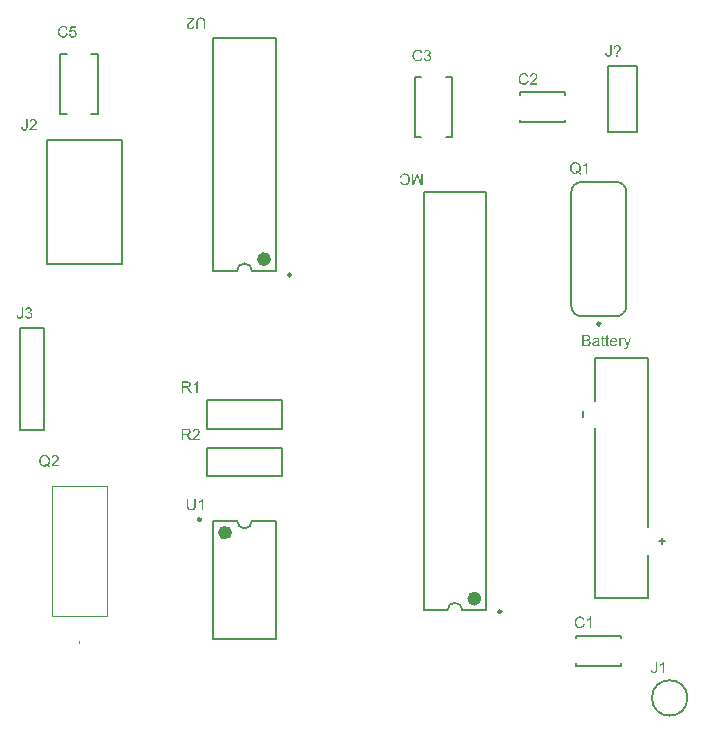
<source format=gto>
G04*
G04 #@! TF.GenerationSoftware,Altium Limited,Altium Designer,22.8.2 (66)*
G04*
G04 Layer_Color=65535*
%FSLAX43Y43*%
%MOMM*%
G71*
G04*
G04 #@! TF.SameCoordinates,B507F7F0-0314-43D2-82EB-6D1F289CE23D*
G04*
G04*
G04 #@! TF.FilePolarity,Positive*
G04*
G01*
G75*
%ADD10C,0.150*%
%ADD11C,0.600*%
%ADD12C,0.250*%
%ADD13C,0.200*%
%ADD14C,0.100*%
G36*
X115582Y113268D02*
X115594Y113267D01*
X115607Y113266D01*
X115623Y113263D01*
X115640Y113260D01*
X115675Y113250D01*
X115712Y113236D01*
X115731Y113228D01*
X115749Y113218D01*
X115766Y113206D01*
X115783Y113192D01*
X115784Y113191D01*
X115787Y113189D01*
X115791Y113184D01*
X115797Y113178D01*
X115802Y113171D01*
X115809Y113162D01*
X115817Y113152D01*
X115826Y113141D01*
X115841Y113113D01*
X115855Y113081D01*
X115859Y113064D01*
X115863Y113045D01*
X115866Y113027D01*
X115867Y113006D01*
Y113003D01*
Y112995D01*
X115866Y112984D01*
X115863Y112969D01*
X115860Y112951D01*
X115855Y112931D01*
X115847Y112911D01*
X115837Y112890D01*
X115835Y112887D01*
X115831Y112880D01*
X115823Y112869D01*
X115812Y112854D01*
X115797Y112836D01*
X115776Y112813D01*
X115751Y112788D01*
X115722Y112762D01*
X115719Y112759D01*
X115712Y112754D01*
X115702Y112744D01*
X115690Y112733D01*
X115677Y112721D01*
X115665Y112708D01*
X115654Y112697D01*
X115645Y112686D01*
Y112684D01*
X115643Y112682D01*
X115640Y112676D01*
X115636Y112671D01*
X115632Y112662D01*
X115627Y112653D01*
X115619Y112630D01*
Y112629D01*
X115618Y112625D01*
X115616Y112617D01*
X115615Y112607D01*
X115614Y112593D01*
X115612Y112575D01*
X115611Y112554D01*
Y112531D01*
X115497D01*
Y112532D01*
Y112535D01*
Y112543D01*
X115496Y112554D01*
Y112565D01*
Y112567D01*
Y112568D01*
Y112576D01*
X115497Y112590D01*
X115498Y112607D01*
X115500Y112625D01*
X115504Y112644D01*
X115508Y112665D01*
X115515Y112684D01*
X115516Y112686D01*
X115518Y112691D01*
X115522Y112698D01*
X115526Y112708D01*
X115533Y112719D01*
X115541Y112733D01*
X115551Y112747D01*
X115562Y112761D01*
X115564Y112762D01*
X115566Y112766D01*
X115573Y112772D01*
X115582Y112782D01*
X115593Y112793D01*
X115608Y112807D01*
X115626Y112823D01*
X115647Y112843D01*
X115648D01*
X115650Y112845D01*
X115657Y112851D01*
X115668Y112862D01*
X115680Y112873D01*
X115694Y112887D01*
X115706Y112902D01*
X115719Y112916D01*
X115727Y112929D01*
X115729Y112930D01*
X115730Y112934D01*
X115733Y112941D01*
X115737Y112949D01*
X115741Y112960D01*
X115744Y112972D01*
X115745Y112985D01*
X115747Y112999D01*
Y113001D01*
Y113002D01*
X115745Y113010D01*
X115744Y113024D01*
X115740Y113040D01*
X115734Y113059D01*
X115724Y113078D01*
X115711Y113099D01*
X115693Y113120D01*
X115690Y113123D01*
X115683Y113128D01*
X115672Y113137D01*
X115657Y113146D01*
X115637Y113156D01*
X115615Y113164D01*
X115589Y113170D01*
X115561Y113173D01*
X115554D01*
X115548Y113171D01*
X115535Y113170D01*
X115516Y113167D01*
X115497Y113160D01*
X115476Y113152D01*
X115455Y113141D01*
X115435Y113124D01*
X115432Y113121D01*
X115426Y113116D01*
X115418Y113103D01*
X115408Y113088D01*
X115397Y113067D01*
X115386Y113042D01*
X115376Y113012D01*
X115369Y112977D01*
X115249Y112992D01*
Y112994D01*
X115250Y112998D01*
Y113005D01*
X115253Y113015D01*
X115254Y113026D01*
X115259Y113038D01*
X115261Y113052D01*
X115267Y113069D01*
X115279Y113101D01*
X115296Y113135D01*
X115317Y113169D01*
X115331Y113184D01*
X115344Y113198D01*
X115346Y113199D01*
X115349Y113200D01*
X115353Y113205D01*
X115360Y113209D01*
X115368Y113214D01*
X115378Y113220D01*
X115389Y113227D01*
X115401Y113234D01*
X115417Y113241D01*
X115433Y113248D01*
X115450Y113253D01*
X115469Y113259D01*
X115511Y113267D01*
X115535Y113268D01*
X115558Y113270D01*
X115572D01*
X115582Y113268D01*
D02*
G37*
G36*
X115085Y112599D02*
Y112597D01*
Y112593D01*
Y112587D01*
Y112579D01*
X115084Y112568D01*
Y112557D01*
X115081Y112531D01*
X115078Y112500D01*
X115073Y112468D01*
X115064Y112439D01*
X115055Y112411D01*
Y112410D01*
X115053Y112409D01*
X115049Y112400D01*
X115042Y112389D01*
X115032Y112374D01*
X115019Y112359D01*
X115003Y112342D01*
X114984Y112325D01*
X114962Y112311D01*
X114959Y112310D01*
X114951Y112306D01*
X114938Y112300D01*
X114920Y112295D01*
X114898Y112288D01*
X114873Y112282D01*
X114845Y112278D01*
X114815Y112277D01*
X114802D01*
X114794Y112278D01*
X114783Y112280D01*
X114772Y112281D01*
X114743Y112286D01*
X114712Y112295D01*
X114680Y112307D01*
X114664Y112316D01*
X114648Y112325D01*
X114634Y112336D01*
X114621Y112349D01*
X114619Y112350D01*
X114618Y112352D01*
X114615Y112357D01*
X114611Y112363D01*
X114605Y112370D01*
X114600Y112379D01*
X114594Y112390D01*
X114587Y112403D01*
X114582Y112417D01*
X114576Y112433D01*
X114571Y112450D01*
X114565Y112470D01*
X114562Y112490D01*
X114558Y112514D01*
X114557Y112537D01*
Y112564D01*
X114672Y112580D01*
Y112579D01*
Y112576D01*
Y112571D01*
X114673Y112562D01*
X114675Y112554D01*
Y112544D01*
X114679Y112521D01*
X114683Y112496D01*
X114691Y112471D01*
X114700Y112449D01*
X114705Y112439D01*
X114712Y112431D01*
X114713Y112429D01*
X114719Y112425D01*
X114727Y112418D01*
X114738Y112411D01*
X114754Y112403D01*
X114770Y112397D01*
X114791Y112392D01*
X114813Y112390D01*
X114822D01*
X114830Y112392D01*
X114842Y112393D01*
X114855Y112396D01*
X114869Y112399D01*
X114883Y112404D01*
X114897Y112411D01*
X114898Y112413D01*
X114902Y112415D01*
X114908Y112421D01*
X114916Y112427D01*
X114923Y112436D01*
X114931Y112446D01*
X114938Y112457D01*
X114944Y112471D01*
Y112472D01*
X114946Y112478D01*
X114948Y112488D01*
X114951Y112500D01*
X114953Y112517D01*
X114955Y112537D01*
X114958Y112562D01*
Y112592D01*
Y113253D01*
X115085D01*
Y112599D01*
D02*
G37*
G36*
X115611Y112293D02*
X115476D01*
Y112428D01*
X115611D01*
Y112293D01*
D02*
G37*
G36*
X118946Y60402D02*
Y60400D01*
Y60396D01*
Y60390D01*
Y60382D01*
X118945Y60371D01*
Y60360D01*
X118942Y60334D01*
X118939Y60303D01*
X118933Y60271D01*
X118925Y60242D01*
X118915Y60214D01*
Y60213D01*
X118914Y60212D01*
X118910Y60203D01*
X118903Y60192D01*
X118893Y60177D01*
X118879Y60162D01*
X118864Y60145D01*
X118845Y60128D01*
X118823Y60114D01*
X118820Y60113D01*
X118811Y60109D01*
X118799Y60103D01*
X118781Y60098D01*
X118759Y60091D01*
X118734Y60085D01*
X118706Y60081D01*
X118676Y60080D01*
X118663D01*
X118655Y60081D01*
X118644Y60083D01*
X118633Y60084D01*
X118603Y60089D01*
X118573Y60098D01*
X118541Y60110D01*
X118524Y60119D01*
X118509Y60128D01*
X118495Y60139D01*
X118481Y60152D01*
X118480Y60153D01*
X118479Y60155D01*
X118476Y60160D01*
X118472Y60166D01*
X118466Y60173D01*
X118461Y60182D01*
X118455Y60193D01*
X118448Y60206D01*
X118443Y60220D01*
X118437Y60236D01*
X118431Y60253D01*
X118426Y60273D01*
X118423Y60293D01*
X118419Y60317D01*
X118418Y60340D01*
Y60367D01*
X118533Y60383D01*
Y60382D01*
Y60379D01*
Y60374D01*
X118534Y60365D01*
X118535Y60357D01*
Y60347D01*
X118540Y60324D01*
X118544Y60299D01*
X118552Y60274D01*
X118560Y60252D01*
X118566Y60242D01*
X118573Y60234D01*
X118574Y60232D01*
X118580Y60228D01*
X118588Y60221D01*
X118599Y60214D01*
X118615Y60206D01*
X118631Y60200D01*
X118652Y60195D01*
X118674Y60193D01*
X118682D01*
X118691Y60195D01*
X118703Y60196D01*
X118716Y60199D01*
X118730Y60202D01*
X118743Y60207D01*
X118757Y60214D01*
X118759Y60216D01*
X118763Y60218D01*
X118768Y60224D01*
X118777Y60230D01*
X118784Y60239D01*
X118792Y60249D01*
X118799Y60260D01*
X118804Y60274D01*
Y60275D01*
X118807Y60281D01*
X118809Y60291D01*
X118811Y60303D01*
X118814Y60320D01*
X118816Y60340D01*
X118818Y60365D01*
Y60395D01*
Y61056D01*
X118946D01*
Y60402D01*
D02*
G37*
G36*
X119549Y60096D02*
X119431D01*
Y60847D01*
X119430Y60845D01*
X119423Y60840D01*
X119415Y60831D01*
X119401Y60822D01*
X119386Y60809D01*
X119366Y60795D01*
X119344Y60780D01*
X119319Y60765D01*
X119318D01*
X119316Y60763D01*
X119308Y60758D01*
X119294Y60751D01*
X119277Y60743D01*
X119258Y60733D01*
X119237Y60723D01*
X119216Y60714D01*
X119196Y60705D01*
Y60819D01*
X119197D01*
X119200Y60822D01*
X119205Y60823D01*
X119212Y60827D01*
X119221Y60831D01*
X119230Y60837D01*
X119254Y60851D01*
X119282Y60866D01*
X119309Y60886D01*
X119338Y60908D01*
X119368Y60931D01*
X119369Y60933D01*
X119370Y60934D01*
X119374Y60938D01*
X119380Y60942D01*
X119393Y60956D01*
X119409Y60973D01*
X119426Y60992D01*
X119444Y61014D01*
X119459Y61037D01*
X119473Y61060D01*
X119549D01*
Y60096D01*
D02*
G37*
G36*
X80314Y115611D02*
X80325D01*
X80339Y115609D01*
X80354Y115608D01*
X80369Y115606D01*
X80404Y115601D01*
X80442Y115593D01*
X80478Y115582D01*
X80512Y115566D01*
X80514D01*
X80516Y115564D01*
X80521Y115561D01*
X80526Y115558D01*
X80541Y115547D01*
X80559Y115532D01*
X80580Y115512D01*
X80600Y115490D01*
X80619Y115462D01*
X80634Y115432D01*
Y115430D01*
X80636Y115428D01*
X80637Y115422D01*
X80640Y115415D01*
X80643Y115407D01*
X80645Y115396D01*
X80650Y115383D01*
X80652Y115368D01*
X80655Y115351D01*
X80659Y115333D01*
X80662Y115314D01*
X80665Y115293D01*
X80668Y115270D01*
X80669Y115245D01*
X80670Y115218D01*
Y115190D01*
Y114636D01*
X80543D01*
Y115190D01*
Y115192D01*
Y115196D01*
Y115203D01*
Y115211D01*
X80541Y115221D01*
Y115233D01*
X80540Y115260D01*
X80537Y115290D01*
X80533Y115321D01*
X80528Y115350D01*
X80525Y115362D01*
X80521Y115375D01*
X80519Y115378D01*
X80516Y115385D01*
X80510Y115394D01*
X80501Y115408D01*
X80492Y115422D01*
X80478Y115437D01*
X80461Y115453D01*
X80442Y115465D01*
X80439Y115466D01*
X80432Y115471D01*
X80419Y115475D01*
X80403Y115480D01*
X80383Y115487D01*
X80358Y115491D01*
X80332Y115496D01*
X80303Y115497D01*
X80289D01*
X80281Y115496D01*
X80268D01*
X80256Y115494D01*
X80225Y115489D01*
X80192Y115482D01*
X80160Y115471D01*
X80130Y115455D01*
X80116Y115446D01*
X80103Y115435D01*
X80102Y115433D01*
X80100Y115432D01*
X80098Y115428D01*
X80093Y115422D01*
X80089Y115414D01*
X80084Y115405D01*
X80078Y115393D01*
X80073Y115380D01*
X80067Y115365D01*
X80063Y115347D01*
X80057Y115326D01*
X80053Y115304D01*
X80049Y115279D01*
X80046Y115253D01*
X80044Y115222D01*
Y115190D01*
Y114636D01*
X79916D01*
Y115190D01*
Y115192D01*
Y115197D01*
Y115204D01*
Y115214D01*
X79917Y115227D01*
Y115240D01*
X79919Y115257D01*
X79920Y115274D01*
X79924Y115311D01*
X79930Y115350D01*
X79938Y115387D01*
X79944Y115405D01*
X79949Y115422D01*
Y115423D01*
X79951Y115426D01*
X79953Y115430D01*
X79956Y115436D01*
X79965Y115451D01*
X79977Y115471D01*
X79994Y115493D01*
X80013Y115515D01*
X80038Y115539D01*
X80069Y115559D01*
X80070D01*
X80073Y115562D01*
X80077Y115564D01*
X80084Y115568D01*
X80092Y115572D01*
X80103Y115576D01*
X80114Y115580D01*
X80128Y115586D01*
X80143Y115591D01*
X80160Y115595D01*
X80178Y115600D01*
X80199Y115604D01*
X80220Y115606D01*
X80242Y115609D01*
X80292Y115612D01*
X80304D01*
X80314Y115611D01*
D02*
G37*
G36*
X79769Y115594D02*
Y115588D01*
Y115580D01*
X79768Y115569D01*
X79766Y115557D01*
X79763Y115543D01*
X79761Y115529D01*
X79755Y115514D01*
Y115512D01*
X79754Y115511D01*
X79751Y115502D01*
X79745Y115490D01*
X79737Y115473D01*
X79726Y115454D01*
X79712Y115432D01*
X79697Y115410D01*
X79677Y115386D01*
Y115385D01*
X79675Y115383D01*
X79668Y115375D01*
X79655Y115362D01*
X79637Y115344D01*
X79616Y115324D01*
X79590Y115299D01*
X79558Y115271D01*
X79523Y115242D01*
X79522Y115240D01*
X79517Y115236D01*
X79508Y115229D01*
X79499Y115221D01*
X79486Y115210D01*
X79471Y115197D01*
X79456Y115184D01*
X79438Y115168D01*
X79403Y115135D01*
X79368Y115102D01*
X79352Y115085D01*
X79336Y115068D01*
X79322Y115053D01*
X79311Y115038D01*
Y115037D01*
X79309Y115035D01*
X79306Y115031D01*
X79303Y115025D01*
X79293Y115010D01*
X79282Y114992D01*
X79272Y114970D01*
X79263Y114946D01*
X79257Y114920D01*
X79254Y114895D01*
Y114894D01*
Y114892D01*
X79256Y114884D01*
X79257Y114870D01*
X79261Y114855D01*
X79267Y114835D01*
X79277Y114816D01*
X79289Y114797D01*
X79306Y114777D01*
X79309Y114774D01*
X79315Y114769D01*
X79325Y114762D01*
X79340Y114752D01*
X79360Y114744D01*
X79382Y114736D01*
X79408Y114730D01*
X79438Y114729D01*
X79446D01*
X79451Y114730D01*
X79468Y114731D01*
X79487Y114736D01*
X79508Y114741D01*
X79532Y114751D01*
X79554Y114763D01*
X79575Y114780D01*
X79578Y114783D01*
X79583Y114790D01*
X79591Y114801D01*
X79600Y114817D01*
X79609Y114837D01*
X79618Y114862D01*
X79623Y114890D01*
X79626Y114921D01*
X79747Y114909D01*
Y114908D01*
X79745Y114903D01*
Y114896D01*
X79744Y114887D01*
X79741Y114876D01*
X79738Y114863D01*
X79734Y114848D01*
X79730Y114833D01*
X79719Y114799D01*
X79702Y114766D01*
X79693Y114749D01*
X79680Y114733D01*
X79668Y114718D01*
X79654Y114704D01*
X79652Y114702D01*
X79650Y114701D01*
X79646Y114697D01*
X79639Y114693D01*
X79630Y114687D01*
X79621Y114681D01*
X79609Y114675D01*
X79596Y114668D01*
X79580Y114661D01*
X79564Y114654D01*
X79546Y114648D01*
X79526Y114643D01*
X79505Y114638D01*
X79483Y114634D01*
X79460Y114633D01*
X79435Y114632D01*
X79421D01*
X79411Y114633D01*
X79400Y114634D01*
X79386Y114636D01*
X79371Y114638D01*
X79356Y114641D01*
X79320Y114651D01*
X79284Y114665D01*
X79266Y114673D01*
X79247Y114683D01*
X79231Y114695D01*
X79216Y114709D01*
X79214Y114711D01*
X79211Y114712D01*
X79209Y114718D01*
X79203Y114723D01*
X79196Y114730D01*
X79189Y114740D01*
X79182Y114749D01*
X79174Y114762D01*
X79160Y114788D01*
X79146Y114822D01*
X79141Y114838D01*
X79138Y114858D01*
X79135Y114877D01*
X79134Y114898D01*
Y114901D01*
Y114908D01*
X79135Y114919D01*
X79137Y114934D01*
X79139Y114951D01*
X79145Y114970D01*
X79150Y114991D01*
X79159Y115012D01*
X79160Y115014D01*
X79163Y115021D01*
X79168Y115032D01*
X79177Y115048D01*
X79188Y115064D01*
X79202Y115085D01*
X79218Y115106D01*
X79238Y115129D01*
X79241Y115132D01*
X79247Y115141D01*
X79254Y115147D01*
X79261Y115154D01*
X79270Y115163D01*
X79281Y115174D01*
X79292Y115185D01*
X79306Y115197D01*
X79320Y115211D01*
X79336Y115227D01*
X79354Y115242D01*
X79374Y115260D01*
X79396Y115278D01*
X79418Y115297D01*
X79419Y115299D01*
X79422Y115301D01*
X79428Y115306D01*
X79435Y115311D01*
X79443Y115319D01*
X79453Y115328D01*
X79475Y115346D01*
X79499Y115367D01*
X79521Y115387D01*
X79540Y115405D01*
X79548Y115412D01*
X79555Y115419D01*
X79557Y115421D01*
X79561Y115425D01*
X79566Y115430D01*
X79573Y115439D01*
X79580Y115448D01*
X79589Y115458D01*
X79605Y115482D01*
X79132D01*
Y115595D01*
X79769D01*
Y115594D01*
D02*
G37*
G36*
X79875Y74294D02*
Y74292D01*
Y74287D01*
Y74280D01*
Y74270D01*
X79874Y74257D01*
Y74244D01*
X79873Y74227D01*
X79871Y74210D01*
X79867Y74173D01*
X79862Y74134D01*
X79853Y74097D01*
X79848Y74079D01*
X79842Y74062D01*
Y74061D01*
X79841Y74058D01*
X79838Y74054D01*
X79835Y74048D01*
X79827Y74033D01*
X79814Y74013D01*
X79798Y73991D01*
X79778Y73969D01*
X79753Y73945D01*
X79723Y73925D01*
X79721D01*
X79719Y73922D01*
X79715Y73921D01*
X79708Y73916D01*
X79699Y73912D01*
X79688Y73908D01*
X79677Y73904D01*
X79663Y73898D01*
X79648Y73893D01*
X79631Y73889D01*
X79613Y73884D01*
X79593Y73880D01*
X79572Y73878D01*
X79550Y73875D01*
X79500Y73872D01*
X79487D01*
X79477Y73873D01*
X79466D01*
X79452Y73875D01*
X79437Y73876D01*
X79422Y73878D01*
X79387Y73883D01*
X79350Y73891D01*
X79314Y73902D01*
X79279Y73918D01*
X79278D01*
X79275Y73921D01*
X79271Y73923D01*
X79265Y73926D01*
X79250Y73937D01*
X79232Y73952D01*
X79211Y73972D01*
X79192Y73994D01*
X79172Y74022D01*
X79157Y74052D01*
Y74054D01*
X79156Y74056D01*
X79154Y74062D01*
X79152Y74069D01*
X79149Y74077D01*
X79146Y74088D01*
X79142Y74101D01*
X79139Y74116D01*
X79136Y74133D01*
X79132Y74151D01*
X79129Y74170D01*
X79127Y74191D01*
X79124Y74215D01*
X79122Y74239D01*
X79121Y74266D01*
Y74294D01*
Y74848D01*
X79249D01*
Y74294D01*
Y74292D01*
Y74288D01*
Y74281D01*
Y74273D01*
X79250Y74263D01*
Y74251D01*
X79251Y74224D01*
X79254Y74194D01*
X79258Y74163D01*
X79264Y74134D01*
X79267Y74122D01*
X79271Y74109D01*
X79272Y74106D01*
X79275Y74099D01*
X79282Y74090D01*
X79290Y74076D01*
X79300Y74062D01*
X79314Y74047D01*
X79330Y74031D01*
X79350Y74019D01*
X79353Y74018D01*
X79360Y74013D01*
X79372Y74009D01*
X79389Y74004D01*
X79408Y73997D01*
X79433Y73993D01*
X79459Y73988D01*
X79489Y73987D01*
X79502D01*
X79511Y73988D01*
X79523D01*
X79536Y73990D01*
X79566Y73995D01*
X79599Y74002D01*
X79631Y74013D01*
X79662Y74029D01*
X79676Y74038D01*
X79688Y74049D01*
X79690Y74051D01*
X79691Y74052D01*
X79694Y74056D01*
X79698Y74062D01*
X79702Y74070D01*
X79708Y74079D01*
X79713Y74091D01*
X79719Y74104D01*
X79724Y74119D01*
X79728Y74137D01*
X79734Y74158D01*
X79738Y74180D01*
X79742Y74205D01*
X79745Y74231D01*
X79748Y74262D01*
Y74294D01*
Y74848D01*
X79875D01*
Y74294D01*
D02*
G37*
G36*
X80483Y73889D02*
X80365D01*
Y74639D01*
X80364Y74637D01*
X80357Y74632D01*
X80348Y74624D01*
X80334Y74614D01*
X80319Y74601D01*
X80300Y74588D01*
X80278Y74572D01*
X80253Y74557D01*
X80251D01*
X80250Y74556D01*
X80242Y74550D01*
X80228Y74543D01*
X80211Y74535D01*
X80192Y74525D01*
X80171Y74515D01*
X80150Y74506D01*
X80129Y74497D01*
Y74611D01*
X80131D01*
X80133Y74614D01*
X80139Y74615D01*
X80146Y74619D01*
X80154Y74624D01*
X80164Y74629D01*
X80187Y74643D01*
X80215Y74658D01*
X80243Y74678D01*
X80272Y74700D01*
X80301Y74723D01*
X80303Y74725D01*
X80304Y74726D01*
X80308Y74730D01*
X80314Y74735D01*
X80326Y74748D01*
X80343Y74765D01*
X80359Y74785D01*
X80377Y74807D01*
X80393Y74829D01*
X80407Y74852D01*
X80483D01*
Y73889D01*
D02*
G37*
G36*
X79948Y80795D02*
X79960Y80793D01*
X79973Y80792D01*
X79989Y80789D01*
X80004Y80786D01*
X80040Y80777D01*
X80076Y80763D01*
X80094Y80754D01*
X80112Y80745D01*
X80129Y80732D01*
X80144Y80718D01*
X80145Y80717D01*
X80148Y80716D01*
X80151Y80710D01*
X80156Y80705D01*
X80163Y80698D01*
X80170Y80688D01*
X80177Y80678D01*
X80186Y80666D01*
X80199Y80639D01*
X80213Y80606D01*
X80219Y80589D01*
X80222Y80570D01*
X80224Y80551D01*
X80226Y80530D01*
Y80527D01*
Y80520D01*
X80224Y80509D01*
X80223Y80494D01*
X80220Y80477D01*
X80215Y80458D01*
X80209Y80437D01*
X80201Y80416D01*
X80199Y80413D01*
X80197Y80406D01*
X80191Y80395D01*
X80183Y80380D01*
X80172Y80363D01*
X80158Y80343D01*
X80141Y80322D01*
X80122Y80298D01*
X80119Y80295D01*
X80112Y80287D01*
X80105Y80280D01*
X80098Y80273D01*
X80090Y80265D01*
X80079Y80254D01*
X80068Y80243D01*
X80054Y80230D01*
X80040Y80216D01*
X80023Y80201D01*
X80005Y80186D01*
X79986Y80168D01*
X79964Y80150D01*
X79942Y80130D01*
X79940Y80129D01*
X79937Y80126D01*
X79932Y80122D01*
X79925Y80117D01*
X79917Y80108D01*
X79907Y80100D01*
X79885Y80082D01*
X79861Y80061D01*
X79839Y80040D01*
X79819Y80022D01*
X79811Y80015D01*
X79804Y80008D01*
X79803Y80007D01*
X79799Y80003D01*
X79793Y79997D01*
X79786Y79989D01*
X79779Y79979D01*
X79771Y79969D01*
X79754Y79946D01*
X80227D01*
Y79832D01*
X79591D01*
Y79834D01*
Y79839D01*
Y79847D01*
X79592Y79859D01*
X79593Y79871D01*
X79596Y79885D01*
X79599Y79899D01*
X79605Y79914D01*
Y79915D01*
X79606Y79917D01*
X79609Y79925D01*
X79614Y79938D01*
X79623Y79954D01*
X79634Y79974D01*
X79648Y79996D01*
X79663Y80018D01*
X79682Y80042D01*
Y80043D01*
X79685Y80044D01*
X79692Y80053D01*
X79704Y80065D01*
X79722Y80083D01*
X79743Y80104D01*
X79770Y80129D01*
X79801Y80157D01*
X79836Y80186D01*
X79838Y80187D01*
X79843Y80191D01*
X79851Y80198D01*
X79861Y80207D01*
X79874Y80218D01*
X79889Y80230D01*
X79904Y80244D01*
X79922Y80259D01*
X79957Y80293D01*
X79991Y80326D01*
X80008Y80343D01*
X80023Y80359D01*
X80037Y80374D01*
X80048Y80390D01*
Y80391D01*
X80051Y80392D01*
X80054Y80397D01*
X80057Y80402D01*
X80066Y80417D01*
X80077Y80435D01*
X80087Y80458D01*
X80097Y80481D01*
X80102Y80508D01*
X80105Y80533D01*
Y80534D01*
Y80535D01*
X80104Y80544D01*
X80102Y80558D01*
X80098Y80573D01*
X80093Y80592D01*
X80083Y80612D01*
X80070Y80631D01*
X80054Y80650D01*
X80051Y80653D01*
X80044Y80659D01*
X80034Y80666D01*
X80019Y80675D01*
X80000Y80684D01*
X79978Y80692D01*
X79951Y80698D01*
X79922Y80699D01*
X79914D01*
X79908Y80698D01*
X79892Y80696D01*
X79872Y80692D01*
X79851Y80686D01*
X79828Y80677D01*
X79806Y80664D01*
X79785Y80648D01*
X79782Y80645D01*
X79776Y80638D01*
X79768Y80627D01*
X79760Y80610D01*
X79750Y80591D01*
X79742Y80566D01*
X79736Y80538D01*
X79733Y80506D01*
X79613Y80519D01*
Y80520D01*
X79614Y80524D01*
Y80531D01*
X79616Y80541D01*
X79618Y80552D01*
X79621Y80564D01*
X79625Y80580D01*
X79629Y80595D01*
X79641Y80628D01*
X79657Y80662D01*
X79667Y80678D01*
X79679Y80695D01*
X79692Y80710D01*
X79706Y80724D01*
X79707Y80725D01*
X79710Y80727D01*
X79714Y80731D01*
X79721Y80735D01*
X79729Y80741D01*
X79739Y80746D01*
X79750Y80753D01*
X79764Y80760D01*
X79779Y80767D01*
X79796Y80774D01*
X79814Y80779D01*
X79833Y80785D01*
X79854Y80789D01*
X79876Y80793D01*
X79900Y80795D01*
X79925Y80796D01*
X79939D01*
X79948Y80795D01*
D02*
G37*
G36*
X79145Y80791D02*
X79158D01*
X79187Y80789D01*
X79218Y80785D01*
X79251Y80781D01*
X79281Y80774D01*
X79297Y80770D01*
X79309Y80766D01*
X79311D01*
X79312Y80764D01*
X79320Y80760D01*
X79333Y80754D01*
X79348Y80745D01*
X79365Y80732D01*
X79383Y80716D01*
X79399Y80696D01*
X79416Y80674D01*
Y80673D01*
X79417Y80671D01*
X79423Y80663D01*
X79428Y80649D01*
X79437Y80631D01*
X79444Y80610D01*
X79451Y80585D01*
X79455Y80559D01*
X79456Y80530D01*
Y80528D01*
Y80526D01*
Y80520D01*
X79455Y80513D01*
Y80503D01*
X79453Y80494D01*
X79448Y80470D01*
X79439Y80442D01*
X79428Y80413D01*
X79412Y80384D01*
X79401Y80370D01*
X79390Y80356D01*
X79388Y80355D01*
X79387Y80354D01*
X79383Y80349D01*
X79377Y80345D01*
X79370Y80340D01*
X79362Y80334D01*
X79351Y80327D01*
X79340Y80319D01*
X79326Y80312D01*
X79311Y80305D01*
X79294Y80297D01*
X79276Y80290D01*
X79255Y80284D01*
X79234Y80277D01*
X79211Y80273D01*
X79186Y80269D01*
X79188Y80268D01*
X79194Y80265D01*
X79202Y80259D01*
X79213Y80254D01*
X79238Y80239D01*
X79251Y80229D01*
X79262Y80221D01*
X79265Y80218D01*
X79272Y80211D01*
X79283Y80200D01*
X79297Y80186D01*
X79312Y80166D01*
X79330Y80146D01*
X79348Y80121D01*
X79367Y80093D01*
X79532Y79832D01*
X79374D01*
X79248Y80032D01*
Y80033D01*
X79245Y80036D01*
X79243Y80040D01*
X79238Y80046D01*
X79229Y80061D01*
X79216Y80080D01*
X79201Y80101D01*
X79186Y80123D01*
X79170Y80144D01*
X79157Y80164D01*
X79155Y80165D01*
X79151Y80171D01*
X79144Y80179D01*
X79134Y80189D01*
X79114Y80209D01*
X79102Y80219D01*
X79091Y80227D01*
X79090Y80229D01*
X79087Y80230D01*
X79082Y80233D01*
X79073Y80237D01*
X79065Y80241D01*
X79055Y80245D01*
X79033Y80252D01*
X79032D01*
X79029Y80254D01*
X79023D01*
X79016Y80255D01*
X79007Y80257D01*
X78996D01*
X78980Y80258D01*
X78817D01*
Y79832D01*
X78689D01*
Y80792D01*
X79134D01*
X79145Y80791D01*
D02*
G37*
G36*
X80051Y83845D02*
X79933D01*
Y84596D01*
X79932Y84594D01*
X79925Y84589D01*
X79917Y84580D01*
X79903Y84571D01*
X79887Y84558D01*
X79868Y84544D01*
X79846Y84529D01*
X79821Y84514D01*
X79819D01*
X79818Y84512D01*
X79810Y84507D01*
X79796Y84500D01*
X79779Y84492D01*
X79760Y84482D01*
X79739Y84472D01*
X79718Y84463D01*
X79697Y84454D01*
Y84568D01*
X79699D01*
X79702Y84571D01*
X79707Y84572D01*
X79714Y84576D01*
X79722Y84580D01*
X79732Y84586D01*
X79756Y84600D01*
X79783Y84615D01*
X79811Y84635D01*
X79840Y84657D01*
X79869Y84680D01*
X79871Y84682D01*
X79872Y84683D01*
X79876Y84687D01*
X79882Y84691D01*
X79894Y84705D01*
X79911Y84722D01*
X79928Y84741D01*
X79946Y84763D01*
X79961Y84786D01*
X79975Y84809D01*
X80051D01*
Y83845D01*
D02*
G37*
G36*
X79145Y84804D02*
X79158D01*
X79187Y84802D01*
X79218Y84798D01*
X79251Y84794D01*
X79281Y84787D01*
X79297Y84783D01*
X79309Y84779D01*
X79311D01*
X79312Y84777D01*
X79320Y84773D01*
X79333Y84768D01*
X79348Y84758D01*
X79365Y84745D01*
X79383Y84729D01*
X79399Y84709D01*
X79416Y84687D01*
Y84686D01*
X79417Y84684D01*
X79423Y84676D01*
X79428Y84662D01*
X79437Y84644D01*
X79444Y84623D01*
X79451Y84598D01*
X79455Y84572D01*
X79456Y84543D01*
Y84542D01*
Y84539D01*
Y84533D01*
X79455Y84526D01*
Y84517D01*
X79453Y84507D01*
X79448Y84483D01*
X79439Y84456D01*
X79428Y84426D01*
X79412Y84397D01*
X79401Y84383D01*
X79390Y84370D01*
X79388Y84368D01*
X79387Y84367D01*
X79383Y84363D01*
X79377Y84359D01*
X79370Y84353D01*
X79362Y84347D01*
X79351Y84340D01*
X79340Y84332D01*
X79326Y84325D01*
X79311Y84318D01*
X79294Y84310D01*
X79276Y84303D01*
X79255Y84298D01*
X79234Y84291D01*
X79211Y84286D01*
X79186Y84282D01*
X79188Y84281D01*
X79194Y84278D01*
X79202Y84273D01*
X79213Y84267D01*
X79238Y84252D01*
X79251Y84242D01*
X79262Y84234D01*
X79265Y84231D01*
X79272Y84224D01*
X79283Y84213D01*
X79297Y84199D01*
X79312Y84180D01*
X79330Y84159D01*
X79348Y84134D01*
X79367Y84106D01*
X79532Y83845D01*
X79374D01*
X79248Y84045D01*
Y84046D01*
X79245Y84049D01*
X79243Y84053D01*
X79238Y84059D01*
X79229Y84074D01*
X79216Y84094D01*
X79201Y84114D01*
X79186Y84137D01*
X79170Y84157D01*
X79157Y84177D01*
X79155Y84178D01*
X79151Y84184D01*
X79144Y84192D01*
X79134Y84202D01*
X79114Y84223D01*
X79102Y84232D01*
X79091Y84241D01*
X79090Y84242D01*
X79087Y84243D01*
X79082Y84246D01*
X79073Y84250D01*
X79065Y84255D01*
X79055Y84259D01*
X79033Y84266D01*
X79032D01*
X79029Y84267D01*
X79023D01*
X79016Y84268D01*
X79007Y84270D01*
X78996D01*
X78980Y84271D01*
X78817D01*
Y83845D01*
X78689D01*
Y84805D01*
X79134D01*
X79145Y84804D01*
D02*
G37*
G36*
X68005Y78559D02*
X68017Y78558D01*
X68030Y78557D01*
X68046Y78554D01*
X68061Y78551D01*
X68097Y78541D01*
X68133Y78528D01*
X68151Y78519D01*
X68169Y78510D01*
X68186Y78497D01*
X68201Y78483D01*
X68202Y78482D01*
X68205Y78480D01*
X68208Y78475D01*
X68214Y78469D01*
X68220Y78462D01*
X68227Y78453D01*
X68234Y78443D01*
X68243Y78430D01*
X68257Y78404D01*
X68270Y78371D01*
X68276Y78354D01*
X68279Y78335D01*
X68281Y78315D01*
X68283Y78295D01*
Y78292D01*
Y78285D01*
X68281Y78274D01*
X68280Y78259D01*
X68277Y78242D01*
X68272Y78222D01*
X68266Y78202D01*
X68258Y78181D01*
X68257Y78178D01*
X68254Y78171D01*
X68248Y78160D01*
X68240Y78145D01*
X68229Y78128D01*
X68215Y78107D01*
X68198Y78087D01*
X68179Y78063D01*
X68176Y78060D01*
X68169Y78052D01*
X68162Y78045D01*
X68155Y78038D01*
X68147Y78030D01*
X68136Y78019D01*
X68125Y78007D01*
X68111Y77995D01*
X68097Y77981D01*
X68080Y77966D01*
X68062Y77951D01*
X68043Y77933D01*
X68021Y77915D01*
X67999Y77895D01*
X67997Y77894D01*
X67994Y77891D01*
X67989Y77887D01*
X67982Y77881D01*
X67974Y77873D01*
X67964Y77865D01*
X67942Y77847D01*
X67918Y77826D01*
X67896Y77805D01*
X67877Y77787D01*
X67868Y77780D01*
X67861Y77773D01*
X67860Y77772D01*
X67856Y77768D01*
X67850Y77762D01*
X67843Y77754D01*
X67836Y77744D01*
X67828Y77734D01*
X67811Y77711D01*
X68284D01*
Y77597D01*
X67648D01*
Y77598D01*
Y77604D01*
Y77612D01*
X67649Y77623D01*
X67650Y77636D01*
X67653Y77650D01*
X67656Y77664D01*
X67662Y77679D01*
Y77680D01*
X67663Y77682D01*
X67666Y77690D01*
X67671Y77702D01*
X67680Y77719D01*
X67691Y77738D01*
X67705Y77761D01*
X67720Y77783D01*
X67739Y77806D01*
Y77808D01*
X67742Y77809D01*
X67749Y77818D01*
X67761Y77830D01*
X67779Y77848D01*
X67800Y77869D01*
X67827Y77894D01*
X67858Y77922D01*
X67893Y77951D01*
X67895Y77952D01*
X67900Y77956D01*
X67908Y77963D01*
X67918Y77971D01*
X67931Y77983D01*
X67946Y77995D01*
X67961Y78009D01*
X67979Y78024D01*
X68014Y78057D01*
X68048Y78091D01*
X68065Y78107D01*
X68080Y78124D01*
X68094Y78139D01*
X68105Y78155D01*
Y78156D01*
X68108Y78157D01*
X68111Y78161D01*
X68114Y78167D01*
X68123Y78182D01*
X68134Y78200D01*
X68144Y78222D01*
X68154Y78246D01*
X68159Y78272D01*
X68162Y78297D01*
Y78299D01*
Y78300D01*
X68161Y78308D01*
X68159Y78322D01*
X68155Y78338D01*
X68150Y78357D01*
X68140Y78376D01*
X68128Y78396D01*
X68111Y78415D01*
X68108Y78418D01*
X68101Y78424D01*
X68091Y78430D01*
X68076Y78440D01*
X68057Y78449D01*
X68035Y78457D01*
X68008Y78462D01*
X67979Y78464D01*
X67971D01*
X67965Y78462D01*
X67949Y78461D01*
X67929Y78457D01*
X67908Y78451D01*
X67885Y78442D01*
X67863Y78429D01*
X67842Y78412D01*
X67839Y78410D01*
X67834Y78403D01*
X67825Y78392D01*
X67817Y78375D01*
X67807Y78356D01*
X67799Y78331D01*
X67793Y78303D01*
X67791Y78271D01*
X67670Y78283D01*
Y78285D01*
X67671Y78289D01*
Y78296D01*
X67673Y78306D01*
X67675Y78317D01*
X67678Y78329D01*
X67682Y78345D01*
X67687Y78360D01*
X67698Y78393D01*
X67714Y78426D01*
X67724Y78443D01*
X67736Y78460D01*
X67749Y78475D01*
X67763Y78489D01*
X67764Y78490D01*
X67767Y78492D01*
X67771Y78496D01*
X67778Y78500D01*
X67786Y78505D01*
X67796Y78511D01*
X67807Y78518D01*
X67821Y78525D01*
X67836Y78532D01*
X67853Y78539D01*
X67871Y78544D01*
X67890Y78550D01*
X67911Y78554D01*
X67933Y78558D01*
X67957Y78559D01*
X67982Y78561D01*
X67996D01*
X68005Y78559D01*
D02*
G37*
G36*
X67105Y78572D02*
X67118D01*
X67130Y78571D01*
X67147Y78568D01*
X67164Y78565D01*
X67200Y78558D01*
X67241Y78547D01*
X67282Y78530D01*
X67302Y78521D01*
X67323Y78510D01*
X67325Y78508D01*
X67327Y78507D01*
X67333Y78503D01*
X67341Y78498D01*
X67350Y78492D01*
X67361Y78483D01*
X67384Y78464D01*
X67409Y78439D01*
X67437Y78408D01*
X67463Y78372D01*
X67485Y78332D01*
Y78331D01*
X67488Y78326D01*
X67491Y78321D01*
X67494Y78313D01*
X67499Y78302D01*
X67503Y78289D01*
X67509Y78274D01*
X67515Y78257D01*
X67519Y78239D01*
X67524Y78220D01*
X67530Y78199D01*
X67534Y78177D01*
X67540Y78128D01*
X67542Y78077D01*
Y78075D01*
Y78071D01*
Y78066D01*
Y78057D01*
X67541Y78046D01*
Y78034D01*
X67540Y78020D01*
X67538Y78006D01*
X67534Y77973D01*
X67527Y77937D01*
X67519Y77899D01*
X67506Y77863D01*
Y77862D01*
X67505Y77859D01*
X67502Y77854D01*
X67499Y77848D01*
X67495Y77840D01*
X67491Y77830D01*
X67480Y77808D01*
X67465Y77781D01*
X67445Y77754D01*
X67423Y77726D01*
X67398Y77698D01*
X67399D01*
X67402Y77695D01*
X67406Y77693D01*
X67413Y77689D01*
X67420Y77683D01*
X67430Y77677D01*
X67451Y77665D01*
X67476Y77650D01*
X67503Y77634D01*
X67533Y77622D01*
X67560Y77609D01*
X67523Y77522D01*
X67521D01*
X67519Y77523D01*
X67513Y77526D01*
X67505Y77529D01*
X67495Y77533D01*
X67484Y77539D01*
X67472Y77544D01*
X67458Y77551D01*
X67427Y77568D01*
X67393Y77587D01*
X67355Y77612D01*
X67316Y77640D01*
X67315D01*
X67312Y77637D01*
X67305Y77634D01*
X67298Y77630D01*
X67287Y77626D01*
X67276Y77621D01*
X67262Y77616D01*
X67247Y77611D01*
X67230Y77605D01*
X67212Y77600D01*
X67172Y77590D01*
X67128Y77583D01*
X67104Y77582D01*
X67080Y77580D01*
X67068D01*
X67058Y77582D01*
X67047D01*
X67033Y77583D01*
X67018Y77586D01*
X67001Y77589D01*
X66965Y77596D01*
X66925Y77607D01*
X66884Y77622D01*
X66864Y77632D01*
X66843Y77643D01*
X66842Y77644D01*
X66839Y77646D01*
X66834Y77650D01*
X66827Y77654D01*
X66817Y77661D01*
X66807Y77669D01*
X66784Y77689D01*
X66757Y77713D01*
X66731Y77744D01*
X66705Y77779D01*
X66681Y77819D01*
Y77820D01*
X66678Y77824D01*
X66676Y77830D01*
X66673Y77838D01*
X66669Y77849D01*
X66663Y77862D01*
X66657Y77877D01*
X66653Y77894D01*
X66648Y77912D01*
X66642Y77931D01*
X66638Y77952D01*
X66633Y77976D01*
X66627Y78024D01*
X66624Y78075D01*
Y78077D01*
Y78082D01*
Y78089D01*
X66626Y78099D01*
Y78112D01*
X66627Y78127D01*
X66628Y78143D01*
X66631Y78161D01*
X66638Y78202D01*
X66648Y78245D01*
X66662Y78290D01*
X66681Y78335D01*
X66682Y78336D01*
X66684Y78340D01*
X66687Y78346D01*
X66692Y78354D01*
X66698Y78364D01*
X66705Y78375D01*
X66724Y78401D01*
X66746Y78429D01*
X66775Y78458D01*
X66807Y78487D01*
X66845Y78512D01*
X66846Y78514D01*
X66850Y78515D01*
X66856Y78518D01*
X66864Y78522D01*
X66874Y78526D01*
X66885Y78532D01*
X66899Y78537D01*
X66914Y78543D01*
X66932Y78548D01*
X66950Y78554D01*
X66990Y78564D01*
X67035Y78571D01*
X67058Y78573D01*
X67096D01*
X67105Y78572D01*
D02*
G37*
G36*
X113041Y102387D02*
X112923D01*
Y103138D01*
X112921Y103136D01*
X112915Y103131D01*
X112906Y103122D01*
X112892Y103113D01*
X112877Y103100D01*
X112858Y103086D01*
X112835Y103071D01*
X112811Y103056D01*
X112809D01*
X112808Y103054D01*
X112799Y103049D01*
X112786Y103042D01*
X112769Y103034D01*
X112749Y103024D01*
X112729Y103014D01*
X112708Y103005D01*
X112687Y102996D01*
Y103110D01*
X112688D01*
X112691Y103113D01*
X112697Y103114D01*
X112704Y103118D01*
X112712Y103122D01*
X112722Y103128D01*
X112745Y103142D01*
X112773Y103157D01*
X112801Y103177D01*
X112830Y103199D01*
X112859Y103222D01*
X112860Y103224D01*
X112862Y103225D01*
X112866Y103229D01*
X112872Y103233D01*
X112884Y103247D01*
X112901Y103264D01*
X112917Y103283D01*
X112935Y103305D01*
X112951Y103328D01*
X112964Y103351D01*
X113041D01*
Y102387D01*
D02*
G37*
G36*
X112038Y103362D02*
X112051D01*
X112063Y103361D01*
X112080Y103358D01*
X112096Y103355D01*
X112132Y103348D01*
X112174Y103337D01*
X112214Y103321D01*
X112235Y103311D01*
X112256Y103300D01*
X112257Y103299D01*
X112260Y103297D01*
X112265Y103293D01*
X112274Y103289D01*
X112282Y103282D01*
X112293Y103274D01*
X112317Y103254D01*
X112342Y103229D01*
X112369Y103199D01*
X112396Y103163D01*
X112418Y103122D01*
Y103121D01*
X112421Y103117D01*
X112424Y103111D01*
X112426Y103103D01*
X112432Y103092D01*
X112436Y103079D01*
X112442Y103064D01*
X112447Y103048D01*
X112451Y103030D01*
X112457Y103010D01*
X112462Y102989D01*
X112467Y102967D01*
X112472Y102919D01*
X112475Y102867D01*
Y102866D01*
Y102862D01*
Y102856D01*
Y102848D01*
X112474Y102837D01*
Y102824D01*
X112472Y102810D01*
X112471Y102797D01*
X112467Y102763D01*
X112460Y102727D01*
X112451Y102690D01*
X112439Y102654D01*
Y102652D01*
X112437Y102650D01*
X112435Y102644D01*
X112432Y102638D01*
X112428Y102630D01*
X112424Y102620D01*
X112412Y102598D01*
X112397Y102572D01*
X112378Y102544D01*
X112356Y102516D01*
X112331Y102489D01*
X112332D01*
X112335Y102486D01*
X112339Y102483D01*
X112346Y102479D01*
X112353Y102473D01*
X112363Y102468D01*
X112383Y102455D01*
X112408Y102440D01*
X112436Y102425D01*
X112465Y102412D01*
X112493Y102400D01*
X112455Y102313D01*
X112454D01*
X112451Y102314D01*
X112446Y102317D01*
X112437Y102319D01*
X112428Y102324D01*
X112417Y102329D01*
X112404Y102335D01*
X112390Y102342D01*
X112360Y102358D01*
X112325Y102378D01*
X112288Y102403D01*
X112249Y102430D01*
X112247D01*
X112245Y102428D01*
X112238Y102425D01*
X112231Y102421D01*
X112220Y102417D01*
X112209Y102411D01*
X112195Y102407D01*
X112179Y102401D01*
X112163Y102396D01*
X112145Y102390D01*
X112105Y102380D01*
X112060Y102374D01*
X112037Y102372D01*
X112013Y102371D01*
X112001D01*
X111991Y102372D01*
X111980D01*
X111966Y102374D01*
X111951Y102376D01*
X111934Y102379D01*
X111898Y102386D01*
X111858Y102397D01*
X111816Y102412D01*
X111797Y102422D01*
X111776Y102433D01*
X111775Y102435D01*
X111772Y102436D01*
X111766Y102440D01*
X111759Y102444D01*
X111750Y102451D01*
X111740Y102460D01*
X111716Y102479D01*
X111690Y102504D01*
X111664Y102534D01*
X111637Y102569D01*
X111614Y102609D01*
Y102611D01*
X111611Y102615D01*
X111608Y102620D01*
X111605Y102629D01*
X111601Y102640D01*
X111596Y102652D01*
X111590Y102668D01*
X111586Y102684D01*
X111580Y102702D01*
X111575Y102722D01*
X111571Y102742D01*
X111565Y102766D01*
X111560Y102815D01*
X111557Y102866D01*
Y102867D01*
Y102873D01*
Y102880D01*
X111558Y102889D01*
Y102902D01*
X111560Y102917D01*
X111561Y102934D01*
X111564Y102952D01*
X111571Y102992D01*
X111580Y103035D01*
X111594Y103081D01*
X111614Y103125D01*
X111615Y103127D01*
X111616Y103131D01*
X111619Y103136D01*
X111625Y103145D01*
X111630Y103154D01*
X111637Y103165D01*
X111657Y103192D01*
X111679Y103219D01*
X111708Y103249D01*
X111740Y103278D01*
X111777Y103303D01*
X111779Y103304D01*
X111783Y103305D01*
X111788Y103308D01*
X111797Y103312D01*
X111806Y103317D01*
X111818Y103322D01*
X111831Y103328D01*
X111847Y103333D01*
X111865Y103339D01*
X111883Y103344D01*
X111923Y103354D01*
X111967Y103361D01*
X111991Y103364D01*
X112028D01*
X112038Y103362D01*
D02*
G37*
G36*
X65740Y91082D02*
X65758Y91079D01*
X65780Y91075D01*
X65805Y91068D01*
X65830Y91059D01*
X65855Y91048D01*
X65856D01*
X65858Y91047D01*
X65866Y91043D01*
X65879Y91035D01*
X65892Y91025D01*
X65909Y91011D01*
X65926Y90996D01*
X65942Y90978D01*
X65956Y90957D01*
X65958Y90954D01*
X65962Y90947D01*
X65967Y90935D01*
X65974Y90919D01*
X65981Y90901D01*
X65987Y90881D01*
X65991Y90857D01*
X65992Y90833D01*
Y90831D01*
Y90822D01*
X65991Y90811D01*
X65988Y90796D01*
X65984Y90778D01*
X65977Y90759D01*
X65969Y90739D01*
X65958Y90720D01*
X65956Y90717D01*
X65952Y90711D01*
X65944Y90702D01*
X65933Y90691D01*
X65919Y90678D01*
X65902Y90664D01*
X65883Y90652D01*
X65859Y90639D01*
X65861D01*
X65863Y90638D01*
X65868Y90636D01*
X65873Y90635D01*
X65888Y90630D01*
X65908Y90621D01*
X65930Y90610D01*
X65952Y90596D01*
X65973Y90578D01*
X65992Y90557D01*
X65994Y90555D01*
X65999Y90546D01*
X66008Y90532D01*
X66016Y90514D01*
X66024Y90492D01*
X66033Y90466D01*
X66038Y90435D01*
X66039Y90402D01*
Y90401D01*
Y90397D01*
Y90390D01*
X66038Y90381D01*
X66037Y90370D01*
X66034Y90358D01*
X66031Y90344D01*
X66028Y90329D01*
X66017Y90295D01*
X66009Y90277D01*
X66001Y90261D01*
X65990Y90243D01*
X65977Y90225D01*
X65963Y90207D01*
X65947Y90190D01*
X65945Y90189D01*
X65942Y90186D01*
X65937Y90182D01*
X65930Y90176D01*
X65922Y90169D01*
X65910Y90162D01*
X65898Y90154D01*
X65883Y90147D01*
X65868Y90139D01*
X65849Y90130D01*
X65831Y90123D01*
X65811Y90116D01*
X65788Y90111D01*
X65765Y90107D01*
X65741Y90104D01*
X65715Y90103D01*
X65702D01*
X65694Y90104D01*
X65683Y90105D01*
X65671Y90107D01*
X65657Y90109D01*
X65641Y90112D01*
X65608Y90121D01*
X65573Y90134D01*
X65555Y90143D01*
X65539Y90152D01*
X65522Y90165D01*
X65506Y90177D01*
X65504Y90179D01*
X65501Y90182D01*
X65497Y90186D01*
X65493Y90191D01*
X65486Y90198D01*
X65479Y90208D01*
X65471Y90218D01*
X65463Y90230D01*
X65454Y90244D01*
X65446Y90258D01*
X65431Y90291D01*
X65418Y90330D01*
X65414Y90351D01*
X65411Y90373D01*
X65529Y90388D01*
Y90387D01*
X65531Y90384D01*
X65532Y90379D01*
X65533Y90372D01*
X65535Y90363D01*
X65537Y90354D01*
X65544Y90333D01*
X65554Y90308D01*
X65567Y90284D01*
X65580Y90262D01*
X65597Y90243D01*
X65600Y90241D01*
X65605Y90236D01*
X65616Y90229D01*
X65630Y90222D01*
X65647Y90214D01*
X65668Y90207D01*
X65691Y90201D01*
X65716Y90200D01*
X65725D01*
X65730Y90201D01*
X65745Y90202D01*
X65765Y90207D01*
X65787Y90214D01*
X65811Y90223D01*
X65834Y90237D01*
X65856Y90257D01*
X65859Y90259D01*
X65866Y90268D01*
X65874Y90280D01*
X65886Y90297D01*
X65897Y90318D01*
X65905Y90341D01*
X65912Y90369D01*
X65915Y90399D01*
Y90401D01*
Y90404D01*
Y90408D01*
X65913Y90413D01*
X65912Y90428D01*
X65908Y90446D01*
X65902Y90469D01*
X65892Y90491D01*
X65879Y90513D01*
X65861Y90534D01*
X65858Y90537D01*
X65851Y90542D01*
X65840Y90551D01*
X65825Y90560D01*
X65805Y90570D01*
X65782Y90578D01*
X65755Y90584D01*
X65726Y90587D01*
X65714D01*
X65704Y90585D01*
X65691Y90584D01*
X65678Y90581D01*
X65661Y90578D01*
X65643Y90574D01*
X65657Y90678D01*
X65664D01*
X65669Y90677D01*
X65687D01*
X65702Y90679D01*
X65720Y90682D01*
X65741Y90686D01*
X65765Y90693D01*
X65787Y90703D01*
X65811Y90716D01*
X65812D01*
X65813Y90717D01*
X65820Y90722D01*
X65830Y90732D01*
X65841Y90745D01*
X65852Y90763D01*
X65862Y90784D01*
X65869Y90807D01*
X65872Y90821D01*
Y90836D01*
Y90838D01*
Y90839D01*
Y90847D01*
X65869Y90858D01*
X65866Y90874D01*
X65861Y90890D01*
X65854Y90908D01*
X65843Y90926D01*
X65827Y90943D01*
X65826Y90944D01*
X65819Y90950D01*
X65809Y90957D01*
X65797Y90965D01*
X65780Y90972D01*
X65761Y90979D01*
X65739Y90985D01*
X65714Y90986D01*
X65702D01*
X65690Y90983D01*
X65673Y90980D01*
X65655Y90975D01*
X65637Y90968D01*
X65618Y90957D01*
X65600Y90943D01*
X65598Y90942D01*
X65593Y90935D01*
X65585Y90925D01*
X65575Y90911D01*
X65565Y90893D01*
X65555Y90871D01*
X65547Y90845D01*
X65542Y90814D01*
X65424Y90835D01*
Y90836D01*
X65425Y90840D01*
X65426Y90846D01*
X65428Y90854D01*
X65431Y90864D01*
X65435Y90875D01*
X65443Y90901D01*
X65457Y90932D01*
X65474Y90962D01*
X65494Y90992D01*
X65521Y91018D01*
X65522Y91019D01*
X65525Y91021D01*
X65529Y91023D01*
X65535Y91028D01*
X65542Y91033D01*
X65551Y91039D01*
X65561Y91044D01*
X65573Y91051D01*
X65601Y91062D01*
X65633Y91073D01*
X65671Y91080D01*
X65690Y91083D01*
X65725D01*
X65740Y91082D01*
D02*
G37*
G36*
X65250Y90424D02*
Y90423D01*
Y90419D01*
Y90413D01*
Y90405D01*
X65249Y90394D01*
Y90383D01*
X65246Y90356D01*
X65243Y90326D01*
X65238Y90294D01*
X65230Y90265D01*
X65220Y90237D01*
Y90236D01*
X65218Y90234D01*
X65214Y90226D01*
X65207Y90215D01*
X65198Y90200D01*
X65184Y90184D01*
X65169Y90168D01*
X65149Y90151D01*
X65127Y90137D01*
X65124Y90136D01*
X65116Y90132D01*
X65103Y90126D01*
X65085Y90121D01*
X65063Y90114D01*
X65038Y90108D01*
X65010Y90104D01*
X64980Y90103D01*
X64967D01*
X64959Y90104D01*
X64948Y90105D01*
X64937Y90107D01*
X64908Y90112D01*
X64877Y90121D01*
X64845Y90133D01*
X64829Y90141D01*
X64814Y90151D01*
X64800Y90162D01*
X64786Y90175D01*
X64784Y90176D01*
X64783Y90177D01*
X64780Y90183D01*
X64776Y90189D01*
X64771Y90195D01*
X64765Y90205D01*
X64759Y90216D01*
X64752Y90229D01*
X64747Y90243D01*
X64741Y90259D01*
X64736Y90276D01*
X64730Y90295D01*
X64728Y90316D01*
X64723Y90340D01*
X64722Y90363D01*
Y90390D01*
X64837Y90406D01*
Y90405D01*
Y90402D01*
Y90397D01*
X64838Y90388D01*
X64840Y90380D01*
Y90370D01*
X64844Y90347D01*
X64848Y90322D01*
X64856Y90297D01*
X64865Y90275D01*
X64870Y90265D01*
X64877Y90257D01*
X64879Y90255D01*
X64884Y90251D01*
X64893Y90244D01*
X64904Y90237D01*
X64919Y90229D01*
X64936Y90223D01*
X64956Y90218D01*
X64979Y90216D01*
X64987D01*
X64995Y90218D01*
X65008Y90219D01*
X65020Y90222D01*
X65034Y90225D01*
X65048Y90230D01*
X65062Y90237D01*
X65063Y90238D01*
X65067Y90241D01*
X65073Y90247D01*
X65081Y90252D01*
X65088Y90262D01*
X65096Y90272D01*
X65103Y90283D01*
X65109Y90297D01*
Y90298D01*
X65112Y90304D01*
X65113Y90313D01*
X65116Y90326D01*
X65119Y90342D01*
X65120Y90363D01*
X65123Y90388D01*
Y90417D01*
Y91079D01*
X65250D01*
Y90424D01*
D02*
G37*
G36*
X65631Y106350D02*
Y106349D01*
Y106345D01*
Y106339D01*
Y106331D01*
X65630Y106320D01*
Y106309D01*
X65627Y106282D01*
X65624Y106252D01*
X65619Y106220D01*
X65611Y106191D01*
X65601Y106163D01*
Y106161D01*
X65599Y106160D01*
X65595Y106152D01*
X65588Y106141D01*
X65579Y106125D01*
X65565Y106110D01*
X65550Y106094D01*
X65530Y106077D01*
X65508Y106063D01*
X65505Y106062D01*
X65497Y106057D01*
X65484Y106052D01*
X65466Y106046D01*
X65444Y106039D01*
X65419Y106034D01*
X65391Y106030D01*
X65361Y106028D01*
X65348D01*
X65340Y106030D01*
X65329Y106031D01*
X65318Y106033D01*
X65289Y106038D01*
X65258Y106046D01*
X65226Y106059D01*
X65210Y106067D01*
X65195Y106077D01*
X65181Y106088D01*
X65167Y106100D01*
X65165Y106102D01*
X65164Y106103D01*
X65161Y106109D01*
X65157Y106114D01*
X65152Y106121D01*
X65146Y106131D01*
X65140Y106142D01*
X65133Y106155D01*
X65128Y106168D01*
X65122Y106185D01*
X65117Y106202D01*
X65111Y106221D01*
X65109Y106242D01*
X65104Y106266D01*
X65103Y106289D01*
Y106315D01*
X65218Y106332D01*
Y106331D01*
Y106328D01*
Y106322D01*
X65219Y106314D01*
X65221Y106306D01*
Y106296D01*
X65225Y106272D01*
X65229Y106247D01*
X65238Y106223D01*
X65246Y106200D01*
X65251Y106191D01*
X65258Y106182D01*
X65260Y106181D01*
X65265Y106177D01*
X65274Y106170D01*
X65285Y106163D01*
X65300Y106155D01*
X65317Y106149D01*
X65337Y106143D01*
X65360Y106142D01*
X65368D01*
X65376Y106143D01*
X65389Y106145D01*
X65401Y106148D01*
X65415Y106150D01*
X65429Y106156D01*
X65443Y106163D01*
X65444Y106164D01*
X65448Y106167D01*
X65454Y106173D01*
X65462Y106178D01*
X65469Y106188D01*
X65477Y106198D01*
X65484Y106209D01*
X65490Y106223D01*
Y106224D01*
X65493Y106229D01*
X65494Y106239D01*
X65497Y106252D01*
X65500Y106268D01*
X65501Y106289D01*
X65504Y106314D01*
Y106343D01*
Y107005D01*
X65631D01*
Y106350D01*
D02*
G37*
G36*
X66132Y107007D02*
X66143Y107006D01*
X66157Y107005D01*
X66172Y107002D01*
X66187Y106999D01*
X66224Y106989D01*
X66260Y106976D01*
X66278Y106967D01*
X66296Y106958D01*
X66312Y106945D01*
X66328Y106931D01*
X66329Y106930D01*
X66332Y106928D01*
X66334Y106923D01*
X66340Y106917D01*
X66347Y106910D01*
X66354Y106901D01*
X66361Y106891D01*
X66369Y106878D01*
X66383Y106852D01*
X66397Y106819D01*
X66402Y106802D01*
X66405Y106783D01*
X66408Y106763D01*
X66409Y106743D01*
Y106740D01*
Y106733D01*
X66408Y106722D01*
X66407Y106707D01*
X66404Y106690D01*
X66398Y106670D01*
X66393Y106650D01*
X66384Y106629D01*
X66383Y106626D01*
X66380Y106619D01*
X66375Y106608D01*
X66366Y106593D01*
X66355Y106576D01*
X66341Y106555D01*
X66325Y106535D01*
X66305Y106511D01*
X66303Y106508D01*
X66296Y106500D01*
X66289Y106493D01*
X66282Y106486D01*
X66273Y106478D01*
X66262Y106467D01*
X66251Y106455D01*
X66237Y106443D01*
X66224Y106429D01*
X66207Y106414D01*
X66189Y106399D01*
X66169Y106381D01*
X66147Y106363D01*
X66125Y106343D01*
X66124Y106342D01*
X66121Y106339D01*
X66115Y106335D01*
X66108Y106329D01*
X66100Y106321D01*
X66090Y106313D01*
X66068Y106295D01*
X66045Y106274D01*
X66022Y106253D01*
X66003Y106235D01*
X65995Y106228D01*
X65988Y106221D01*
X65986Y106220D01*
X65982Y106216D01*
X65977Y106210D01*
X65970Y106202D01*
X65963Y106192D01*
X65954Y106182D01*
X65938Y106159D01*
X66411D01*
Y106045D01*
X65774D01*
Y106046D01*
Y106052D01*
Y106060D01*
X65776Y106071D01*
X65777Y106084D01*
X65780Y106098D01*
X65783Y106112D01*
X65788Y106127D01*
Y106128D01*
X65789Y106130D01*
X65792Y106138D01*
X65798Y106150D01*
X65806Y106167D01*
X65817Y106186D01*
X65831Y106209D01*
X65846Y106231D01*
X65866Y106254D01*
Y106256D01*
X65869Y106257D01*
X65875Y106266D01*
X65888Y106278D01*
X65906Y106296D01*
X65927Y106317D01*
X65953Y106342D01*
X65985Y106370D01*
X66020Y106399D01*
X66021Y106400D01*
X66027Y106404D01*
X66035Y106411D01*
X66045Y106419D01*
X66057Y106431D01*
X66072Y106443D01*
X66088Y106457D01*
X66106Y106472D01*
X66140Y106505D01*
X66175Y106539D01*
X66192Y106555D01*
X66207Y106572D01*
X66221Y106587D01*
X66232Y106603D01*
Y106604D01*
X66235Y106605D01*
X66237Y106609D01*
X66240Y106615D01*
X66250Y106630D01*
X66261Y106648D01*
X66271Y106670D01*
X66280Y106694D01*
X66286Y106720D01*
X66289Y106745D01*
Y106747D01*
Y106748D01*
X66287Y106756D01*
X66286Y106770D01*
X66282Y106786D01*
X66276Y106805D01*
X66267Y106824D01*
X66254Y106844D01*
X66237Y106863D01*
X66235Y106866D01*
X66228Y106872D01*
X66218Y106878D01*
X66203Y106888D01*
X66183Y106897D01*
X66161Y106905D01*
X66135Y106910D01*
X66106Y106912D01*
X66097D01*
X66092Y106910D01*
X66075Y106909D01*
X66056Y106905D01*
X66035Y106899D01*
X66011Y106890D01*
X65989Y106877D01*
X65968Y106860D01*
X65966Y106858D01*
X65960Y106851D01*
X65952Y106840D01*
X65943Y106823D01*
X65934Y106804D01*
X65925Y106779D01*
X65920Y106751D01*
X65917Y106719D01*
X65796Y106731D01*
Y106733D01*
X65798Y106737D01*
Y106744D01*
X65799Y106754D01*
X65802Y106765D01*
X65805Y106777D01*
X65809Y106793D01*
X65813Y106808D01*
X65824Y106841D01*
X65841Y106874D01*
X65850Y106891D01*
X65863Y106908D01*
X65875Y106923D01*
X65889Y106937D01*
X65891Y106938D01*
X65893Y106940D01*
X65898Y106944D01*
X65905Y106948D01*
X65913Y106953D01*
X65923Y106959D01*
X65934Y106966D01*
X65948Y106973D01*
X65963Y106980D01*
X65979Y106987D01*
X65997Y106992D01*
X66017Y106998D01*
X66038Y107002D01*
X66060Y107006D01*
X66083Y107007D01*
X66108Y107009D01*
X66122D01*
X66132Y107007D01*
D02*
G37*
G36*
X68675Y114894D02*
X68687Y114893D01*
X68702Y114891D01*
X68718Y114890D01*
X68736Y114886D01*
X68773Y114877D01*
X68815Y114865D01*
X68836Y114856D01*
X68855Y114847D01*
X68874Y114834D01*
X68894Y114822D01*
X68895Y114820D01*
X68898Y114819D01*
X68904Y114815D01*
X68910Y114808D01*
X68917Y114801D01*
X68927Y114791D01*
X68937Y114780D01*
X68948Y114769D01*
X68959Y114755D01*
X68970Y114739D01*
X68983Y114722D01*
X68994Y114704D01*
X69003Y114683D01*
X69014Y114662D01*
X69023Y114640D01*
X69031Y114615D01*
X68906Y114586D01*
Y114587D01*
X68905Y114590D01*
X68902Y114596D01*
X68899Y114603D01*
X68897Y114611D01*
X68892Y114622D01*
X68881Y114644D01*
X68867Y114669D01*
X68851Y114694D01*
X68830Y114718D01*
X68808Y114739D01*
X68805Y114741D01*
X68797Y114747D01*
X68783Y114754D01*
X68765Y114764D01*
X68741Y114772D01*
X68715Y114780D01*
X68683Y114786D01*
X68648Y114787D01*
X68637D01*
X68630Y114786D01*
X68621D01*
X68609Y114784D01*
X68583Y114780D01*
X68554Y114775D01*
X68524Y114765D01*
X68492Y114751D01*
X68463Y114733D01*
X68461D01*
X68460Y114730D01*
X68450Y114723D01*
X68438Y114712D01*
X68422Y114696D01*
X68404Y114675D01*
X68388Y114651D01*
X68372Y114622D01*
X68358Y114590D01*
Y114589D01*
X68357Y114586D01*
X68356Y114582D01*
X68354Y114575D01*
X68352Y114567D01*
X68349Y114557D01*
X68345Y114533D01*
X68339Y114506D01*
X68334Y114475D01*
X68331Y114442D01*
X68329Y114406D01*
Y114404D01*
Y114400D01*
Y114393D01*
Y114385D01*
X68331Y114375D01*
Y114363D01*
X68332Y114349D01*
X68334Y114334D01*
X68338Y114300D01*
X68345Y114264D01*
X68353Y114228D01*
X68364Y114192D01*
Y114191D01*
X68365Y114188D01*
X68368Y114184D01*
X68371Y114177D01*
X68379Y114160D01*
X68392Y114141D01*
X68407Y114119D01*
X68426Y114095D01*
X68449Y114074D01*
X68475Y114055D01*
X68476D01*
X68479Y114054D01*
X68483Y114051D01*
X68489Y114048D01*
X68496Y114045D01*
X68504Y114041D01*
X68524Y114033D01*
X68548Y114024D01*
X68576Y114017D01*
X68607Y114012D01*
X68639Y114011D01*
X68648D01*
X68657Y114012D01*
X68666D01*
X68676Y114013D01*
X68701Y114019D01*
X68730Y114026D01*
X68759Y114037D01*
X68790Y114052D01*
X68805Y114060D01*
X68819Y114072D01*
X68820Y114073D01*
X68822Y114074D01*
X68826Y114078D01*
X68831Y114083D01*
X68837Y114090D01*
X68844Y114098D01*
X68852Y114106D01*
X68859Y114117D01*
X68867Y114130D01*
X68877Y114144D01*
X68885Y114158D01*
X68894Y114174D01*
X68901Y114192D01*
X68908Y114212D01*
X68915Y114232D01*
X68920Y114255D01*
X69048Y114223D01*
Y114221D01*
X69046Y114216D01*
X69044Y114207D01*
X69039Y114196D01*
X69035Y114184D01*
X69030Y114169D01*
X69023Y114152D01*
X69014Y114134D01*
X68995Y114095D01*
X68970Y114056D01*
X68955Y114037D01*
X68940Y114017D01*
X68923Y114001D01*
X68904Y113984D01*
X68902Y113983D01*
X68899Y113980D01*
X68892Y113977D01*
X68885Y113972D01*
X68874Y113965D01*
X68863Y113958D01*
X68848Y113951D01*
X68833Y113944D01*
X68815Y113936D01*
X68795Y113929D01*
X68775Y113922D01*
X68752Y113915D01*
X68729Y113909D01*
X68704Y113907D01*
X68677Y113904D01*
X68650Y113902D01*
X68634D01*
X68623Y113904D01*
X68611D01*
X68596Y113905D01*
X68579Y113908D01*
X68560Y113911D01*
X68519Y113918D01*
X68478Y113929D01*
X68436Y113944D01*
X68417Y113954D01*
X68397Y113965D01*
X68396Y113966D01*
X68393Y113968D01*
X68388Y113972D01*
X68382Y113977D01*
X68374Y113983D01*
X68364Y113991D01*
X68353Y114001D01*
X68342Y114012D01*
X68331Y114024D01*
X68318Y114037D01*
X68293Y114069D01*
X68270Y114106D01*
X68249Y114148D01*
Y114149D01*
X68246Y114153D01*
X68245Y114160D01*
X68241Y114169D01*
X68238Y114180D01*
X68234Y114194D01*
X68228Y114209D01*
X68224Y114225D01*
X68220Y114244D01*
X68214Y114264D01*
X68207Y114307D01*
X68202Y114356D01*
X68199Y114406D01*
Y114407D01*
Y114413D01*
Y114421D01*
X68200Y114431D01*
Y114445D01*
X68202Y114458D01*
X68203Y114477D01*
X68206Y114495D01*
X68213Y114535D01*
X68223Y114579D01*
X68236Y114624D01*
X68256Y114667D01*
X68257Y114668D01*
X68259Y114672D01*
X68261Y114678D01*
X68267Y114685D01*
X68272Y114694D01*
X68279Y114705D01*
X68297Y114730D01*
X68321Y114758D01*
X68349Y114786D01*
X68381Y114814D01*
X68418Y114837D01*
X68420Y114838D01*
X68424Y114840D01*
X68429Y114843D01*
X68436Y114847D01*
X68447Y114851D01*
X68458Y114855D01*
X68472Y114861D01*
X68487Y114866D01*
X68504Y114872D01*
X68522Y114877D01*
X68561Y114886D01*
X68605Y114893D01*
X68651Y114895D01*
X68665D01*
X68675Y114894D01*
D02*
G37*
G36*
X69747Y114754D02*
X69363D01*
X69311Y114495D01*
X69313Y114496D01*
X69315Y114497D01*
X69320Y114500D01*
X69326Y114504D01*
X69335Y114508D01*
X69345Y114514D01*
X69367Y114525D01*
X69394Y114536D01*
X69425Y114546D01*
X69458Y114553D01*
X69475Y114556D01*
X69505D01*
X69514Y114554D01*
X69525Y114553D01*
X69537Y114551D01*
X69551Y114549D01*
X69566Y114544D01*
X69600Y114535D01*
X69618Y114528D01*
X69636Y114518D01*
X69654Y114508D01*
X69672Y114497D01*
X69688Y114483D01*
X69705Y114468D01*
X69706Y114467D01*
X69709Y114464D01*
X69713Y114460D01*
X69719Y114453D01*
X69726Y114443D01*
X69733Y114434D01*
X69741Y114421D01*
X69749Y114407D01*
X69756Y114392D01*
X69765Y114375D01*
X69772Y114356D01*
X69779Y114336D01*
X69784Y114316D01*
X69788Y114292D01*
X69791Y114268D01*
X69792Y114244D01*
Y114242D01*
Y114238D01*
Y114231D01*
X69791Y114221D01*
X69790Y114210D01*
X69788Y114198D01*
X69786Y114183D01*
X69783Y114167D01*
X69774Y114131D01*
X69761Y114094D01*
X69752Y114074D01*
X69741Y114056D01*
X69730Y114037D01*
X69716Y114019D01*
X69715Y114017D01*
X69712Y114013D01*
X69706Y114008D01*
X69700Y114001D01*
X69690Y113993D01*
X69679Y113981D01*
X69665Y113972D01*
X69650Y113961D01*
X69633Y113950D01*
X69614Y113940D01*
X69593Y113930D01*
X69571Y113920D01*
X69547Y113913D01*
X69521Y113908D01*
X69493Y113904D01*
X69464Y113902D01*
X69451D01*
X69442Y113904D01*
X69431Y113905D01*
X69418Y113907D01*
X69403Y113908D01*
X69388Y113912D01*
X69353Y113920D01*
X69318Y113933D01*
X69300Y113941D01*
X69282Y113951D01*
X69265Y113962D01*
X69249Y113974D01*
X69247Y113976D01*
X69245Y113977D01*
X69242Y113983D01*
X69236Y113988D01*
X69229Y113995D01*
X69222Y114004D01*
X69214Y114015D01*
X69207Y114027D01*
X69199Y114040D01*
X69191Y114055D01*
X69175Y114088D01*
X69163Y114127D01*
X69159Y114148D01*
X69156Y114170D01*
X69279Y114180D01*
Y114178D01*
Y114176D01*
X69281Y114171D01*
X69282Y114164D01*
X69286Y114149D01*
X69292Y114128D01*
X69300Y114108D01*
X69311Y114084D01*
X69325Y114063D01*
X69342Y114044D01*
X69345Y114042D01*
X69350Y114037D01*
X69361Y114030D01*
X69376Y114022D01*
X69393Y114013D01*
X69414Y114006D01*
X69437Y114001D01*
X69464Y113999D01*
X69472D01*
X69478Y114001D01*
X69494Y114002D01*
X69514Y114008D01*
X69537Y114015D01*
X69561Y114026D01*
X69586Y114042D01*
X69597Y114052D01*
X69608Y114063D01*
X69609Y114065D01*
X69611Y114066D01*
X69614Y114070D01*
X69618Y114074D01*
X69627Y114090D01*
X69639Y114109D01*
X69648Y114133D01*
X69658Y114162D01*
X69665Y114196D01*
X69668Y114214D01*
Y114234D01*
Y114235D01*
Y114238D01*
Y114244D01*
X69666Y114250D01*
Y114259D01*
X69665Y114268D01*
X69661Y114291D01*
X69654Y114317D01*
X69644Y114343D01*
X69630Y114368D01*
X69611Y114392D01*
Y114393D01*
X69608Y114395D01*
X69601Y114402D01*
X69589Y114411D01*
X69572Y114422D01*
X69550Y114432D01*
X69525Y114442D01*
X69496Y114449D01*
X69479Y114452D01*
X69453D01*
X69442Y114450D01*
X69428Y114449D01*
X69411Y114445D01*
X69394Y114440D01*
X69376Y114434D01*
X69358Y114425D01*
X69357Y114424D01*
X69351Y114421D01*
X69343Y114414D01*
X69332Y114407D01*
X69321Y114397D01*
X69310Y114385D01*
X69297Y114372D01*
X69288Y114357D01*
X69177Y114372D01*
X69270Y114866D01*
X69747D01*
Y114754D01*
D02*
G37*
G36*
X98697Y112887D02*
X98710Y112886D01*
X98725Y112885D01*
X98740Y112883D01*
X98759Y112879D01*
X98796Y112871D01*
X98838Y112858D01*
X98858Y112850D01*
X98878Y112840D01*
X98897Y112828D01*
X98917Y112815D01*
X98918Y112814D01*
X98921Y112812D01*
X98926Y112808D01*
X98933Y112801D01*
X98940Y112794D01*
X98950Y112785D01*
X98960Y112774D01*
X98971Y112763D01*
X98982Y112749D01*
X98993Y112732D01*
X99005Y112715D01*
X99016Y112697D01*
X99026Y112677D01*
X99037Y112656D01*
X99046Y112634D01*
X99054Y112609D01*
X98929Y112579D01*
Y112581D01*
X98928Y112584D01*
X98925Y112589D01*
X98922Y112596D01*
X98919Y112604D01*
X98915Y112616D01*
X98904Y112638D01*
X98890Y112663D01*
X98874Y112688D01*
X98853Y112711D01*
X98831Y112732D01*
X98828Y112735D01*
X98820Y112740D01*
X98806Y112747D01*
X98788Y112757D01*
X98764Y112765D01*
X98738Y112774D01*
X98706Y112779D01*
X98671Y112781D01*
X98660D01*
X98653Y112779D01*
X98643D01*
X98632Y112778D01*
X98606Y112774D01*
X98577Y112768D01*
X98546Y112758D01*
X98514Y112744D01*
X98485Y112726D01*
X98484D01*
X98483Y112724D01*
X98473Y112717D01*
X98460Y112706D01*
X98445Y112689D01*
X98427Y112668D01*
X98410Y112645D01*
X98395Y112616D01*
X98381Y112584D01*
Y112582D01*
X98380Y112579D01*
X98379Y112575D01*
X98377Y112568D01*
X98374Y112560D01*
X98372Y112550D01*
X98367Y112527D01*
X98362Y112499D01*
X98356Y112469D01*
X98354Y112435D01*
X98352Y112399D01*
Y112398D01*
Y112394D01*
Y112387D01*
Y112378D01*
X98354Y112369D01*
Y112356D01*
X98355Y112342D01*
X98356Y112327D01*
X98360Y112294D01*
X98367Y112258D01*
X98376Y112222D01*
X98387Y112186D01*
Y112184D01*
X98388Y112181D01*
X98391Y112177D01*
X98394Y112170D01*
X98402Y112154D01*
X98415Y112134D01*
X98430Y112112D01*
X98449Y112089D01*
X98471Y112068D01*
X98498Y112048D01*
X98499D01*
X98502Y112047D01*
X98506Y112044D01*
X98512Y112041D01*
X98519Y112039D01*
X98527Y112034D01*
X98546Y112026D01*
X98571Y112018D01*
X98599Y112011D01*
X98630Y112005D01*
X98661Y112004D01*
X98671D01*
X98679Y112005D01*
X98689D01*
X98699Y112007D01*
X98724Y112012D01*
X98753Y112019D01*
X98782Y112030D01*
X98813Y112046D01*
X98828Y112054D01*
X98842Y112065D01*
X98843Y112066D01*
X98844Y112068D01*
X98849Y112072D01*
X98854Y112076D01*
X98860Y112083D01*
X98867Y112091D01*
X98875Y112100D01*
X98882Y112111D01*
X98890Y112123D01*
X98900Y112137D01*
X98908Y112151D01*
X98917Y112168D01*
X98924Y112186D01*
X98930Y112205D01*
X98937Y112226D01*
X98943Y112248D01*
X99071Y112216D01*
Y112215D01*
X99069Y112209D01*
X99066Y112201D01*
X99062Y112190D01*
X99058Y112177D01*
X99053Y112162D01*
X99046Y112145D01*
X99037Y112127D01*
X99018Y112089D01*
X98993Y112050D01*
X98978Y112030D01*
X98962Y112011D01*
X98946Y111994D01*
X98926Y111978D01*
X98925Y111976D01*
X98922Y111973D01*
X98915Y111971D01*
X98908Y111965D01*
X98897Y111958D01*
X98886Y111951D01*
X98871Y111944D01*
X98856Y111937D01*
X98838Y111929D01*
X98818Y111922D01*
X98797Y111915D01*
X98775Y111908D01*
X98752Y111903D01*
X98727Y111900D01*
X98700Y111897D01*
X98673Y111896D01*
X98657D01*
X98646Y111897D01*
X98634D01*
X98618Y111899D01*
X98602Y111901D01*
X98582Y111904D01*
X98542Y111911D01*
X98501Y111922D01*
X98459Y111937D01*
X98440Y111947D01*
X98420Y111958D01*
X98419Y111960D01*
X98416Y111961D01*
X98410Y111965D01*
X98405Y111971D01*
X98397Y111976D01*
X98387Y111985D01*
X98376Y111994D01*
X98365Y112005D01*
X98354Y112018D01*
X98341Y112030D01*
X98316Y112062D01*
X98293Y112100D01*
X98272Y112141D01*
Y112143D01*
X98269Y112147D01*
X98268Y112154D01*
X98263Y112162D01*
X98261Y112173D01*
X98256Y112187D01*
X98251Y112202D01*
X98247Y112219D01*
X98243Y112237D01*
X98237Y112258D01*
X98230Y112301D01*
X98225Y112349D01*
X98222Y112399D01*
Y112401D01*
Y112406D01*
Y112414D01*
X98223Y112424D01*
Y112438D01*
X98225Y112452D01*
X98226Y112470D01*
X98229Y112488D01*
X98236Y112528D01*
X98245Y112573D01*
X98259Y112617D01*
X98279Y112660D01*
X98280Y112661D01*
X98281Y112665D01*
X98284Y112671D01*
X98290Y112678D01*
X98295Y112688D01*
X98302Y112699D01*
X98320Y112724D01*
X98344Y112751D01*
X98372Y112779D01*
X98403Y112807D01*
X98441Y112830D01*
X98442Y112832D01*
X98446Y112833D01*
X98452Y112836D01*
X98459Y112840D01*
X98470Y112844D01*
X98481Y112849D01*
X98495Y112854D01*
X98510Y112860D01*
X98527Y112865D01*
X98545Y112871D01*
X98584Y112879D01*
X98628Y112886D01*
X98674Y112889D01*
X98688D01*
X98697Y112887D01*
D02*
G37*
G36*
X99509Y112875D02*
X99527Y112872D01*
X99549Y112868D01*
X99574Y112861D01*
X99599Y112853D01*
X99624Y112842D01*
X99625D01*
X99627Y112840D01*
X99635Y112836D01*
X99647Y112828D01*
X99661Y112818D01*
X99678Y112804D01*
X99695Y112789D01*
X99711Y112771D01*
X99725Y112750D01*
X99727Y112747D01*
X99731Y112740D01*
X99736Y112728D01*
X99743Y112713D01*
X99750Y112695D01*
X99756Y112674D01*
X99760Y112650D01*
X99761Y112627D01*
Y112624D01*
Y112616D01*
X99760Y112604D01*
X99757Y112589D01*
X99753Y112571D01*
X99746Y112552D01*
X99738Y112532D01*
X99727Y112513D01*
X99725Y112510D01*
X99721Y112505D01*
X99713Y112495D01*
X99702Y112484D01*
X99688Y112471D01*
X99671Y112457D01*
X99652Y112445D01*
X99628Y112432D01*
X99629D01*
X99632Y112431D01*
X99636Y112430D01*
X99642Y112428D01*
X99657Y112423D01*
X99677Y112414D01*
X99699Y112403D01*
X99721Y112389D01*
X99742Y112371D01*
X99761Y112351D01*
X99763Y112348D01*
X99768Y112340D01*
X99776Y112326D01*
X99785Y112308D01*
X99793Y112285D01*
X99801Y112259D01*
X99807Y112229D01*
X99808Y112195D01*
Y112194D01*
Y112190D01*
Y112183D01*
X99807Y112175D01*
X99806Y112163D01*
X99803Y112151D01*
X99800Y112137D01*
X99797Y112122D01*
X99786Y112089D01*
X99778Y112071D01*
X99770Y112054D01*
X99758Y112036D01*
X99746Y112018D01*
X99732Y112000D01*
X99715Y111983D01*
X99714Y111982D01*
X99711Y111979D01*
X99706Y111975D01*
X99699Y111969D01*
X99690Y111962D01*
X99679Y111955D01*
X99667Y111947D01*
X99652Y111940D01*
X99636Y111932D01*
X99618Y111923D01*
X99600Y111917D01*
X99580Y111910D01*
X99557Y111904D01*
X99534Y111900D01*
X99510Y111897D01*
X99484Y111896D01*
X99471D01*
X99463Y111897D01*
X99452Y111899D01*
X99439Y111900D01*
X99426Y111903D01*
X99410Y111905D01*
X99377Y111914D01*
X99342Y111928D01*
X99324Y111936D01*
X99308Y111946D01*
X99291Y111958D01*
X99274Y111971D01*
X99273Y111972D01*
X99270Y111975D01*
X99266Y111979D01*
X99262Y111985D01*
X99255Y111991D01*
X99248Y112001D01*
X99240Y112011D01*
X99231Y112023D01*
X99223Y112037D01*
X99215Y112051D01*
X99200Y112084D01*
X99187Y112123D01*
X99183Y112144D01*
X99180Y112166D01*
X99298Y112181D01*
Y112180D01*
X99299Y112177D01*
X99301Y112172D01*
X99302Y112165D01*
X99304Y112156D01*
X99306Y112147D01*
X99313Y112126D01*
X99323Y112101D01*
X99335Y112077D01*
X99349Y112055D01*
X99366Y112036D01*
X99369Y112034D01*
X99374Y112029D01*
X99385Y112022D01*
X99399Y112015D01*
X99416Y112007D01*
X99437Y112000D01*
X99460Y111994D01*
X99485Y111993D01*
X99494D01*
X99499Y111994D01*
X99514Y111996D01*
X99534Y112000D01*
X99556Y112007D01*
X99580Y112016D01*
X99603Y112030D01*
X99625Y112050D01*
X99628Y112052D01*
X99635Y112061D01*
X99643Y112073D01*
X99654Y112090D01*
X99665Y112111D01*
X99674Y112134D01*
X99681Y112162D01*
X99684Y112193D01*
Y112194D01*
Y112197D01*
Y112201D01*
X99682Y112206D01*
X99681Y112222D01*
X99677Y112240D01*
X99671Y112262D01*
X99661Y112284D01*
X99647Y112306D01*
X99629Y112327D01*
X99627Y112330D01*
X99620Y112335D01*
X99609Y112344D01*
X99593Y112353D01*
X99574Y112363D01*
X99550Y112371D01*
X99524Y112377D01*
X99495Y112380D01*
X99482D01*
X99473Y112378D01*
X99460Y112377D01*
X99446Y112374D01*
X99430Y112371D01*
X99412Y112367D01*
X99426Y112471D01*
X99433D01*
X99438Y112470D01*
X99456D01*
X99471Y112473D01*
X99489Y112475D01*
X99510Y112480D01*
X99534Y112487D01*
X99556Y112496D01*
X99580Y112509D01*
X99581D01*
X99582Y112510D01*
X99589Y112516D01*
X99599Y112525D01*
X99610Y112538D01*
X99621Y112556D01*
X99631Y112577D01*
X99638Y112600D01*
X99641Y112614D01*
Y112629D01*
Y112631D01*
Y112632D01*
Y112640D01*
X99638Y112652D01*
X99635Y112667D01*
X99629Y112683D01*
X99623Y112702D01*
X99611Y112720D01*
X99596Y112736D01*
X99595Y112738D01*
X99588Y112743D01*
X99578Y112750D01*
X99566Y112758D01*
X99549Y112765D01*
X99530Y112772D01*
X99507Y112778D01*
X99482Y112779D01*
X99471D01*
X99459Y112776D01*
X99442Y112774D01*
X99424Y112768D01*
X99406Y112761D01*
X99387Y112750D01*
X99369Y112736D01*
X99367Y112735D01*
X99362Y112728D01*
X99353Y112718D01*
X99344Y112704D01*
X99334Y112686D01*
X99324Y112664D01*
X99316Y112638D01*
X99310Y112607D01*
X99193Y112628D01*
Y112629D01*
X99194Y112634D01*
X99195Y112639D01*
X99197Y112647D01*
X99200Y112657D01*
X99204Y112668D01*
X99212Y112695D01*
X99226Y112725D01*
X99243Y112756D01*
X99263Y112785D01*
X99290Y112811D01*
X99291Y112812D01*
X99294Y112814D01*
X99298Y112817D01*
X99304Y112821D01*
X99310Y112826D01*
X99320Y112832D01*
X99330Y112837D01*
X99342Y112844D01*
X99370Y112855D01*
X99402Y112867D01*
X99439Y112873D01*
X99459Y112876D01*
X99494D01*
X99509Y112875D01*
D02*
G37*
G36*
X107689Y110906D02*
X107702Y110905D01*
X107717Y110903D01*
X107732Y110902D01*
X107750Y110898D01*
X107788Y110890D01*
X107829Y110877D01*
X107850Y110869D01*
X107869Y110859D01*
X107889Y110847D01*
X107908Y110834D01*
X107910Y110833D01*
X107912Y110831D01*
X107918Y110827D01*
X107925Y110820D01*
X107932Y110813D01*
X107941Y110804D01*
X107951Y110792D01*
X107962Y110781D01*
X107973Y110767D01*
X107984Y110751D01*
X107997Y110734D01*
X108008Y110716D01*
X108018Y110695D01*
X108029Y110675D01*
X108037Y110652D01*
X108046Y110627D01*
X107921Y110598D01*
Y110600D01*
X107919Y110602D01*
X107917Y110608D01*
X107914Y110615D01*
X107911Y110623D01*
X107907Y110634D01*
X107896Y110657D01*
X107882Y110681D01*
X107865Y110706D01*
X107844Y110730D01*
X107822Y110751D01*
X107819Y110754D01*
X107811Y110759D01*
X107797Y110766D01*
X107779Y110776D01*
X107756Y110784D01*
X107729Y110792D01*
X107697Y110798D01*
X107663Y110799D01*
X107652D01*
X107645Y110798D01*
X107635D01*
X107624Y110797D01*
X107598Y110792D01*
X107568Y110787D01*
X107538Y110777D01*
X107506Y110763D01*
X107477Y110745D01*
X107476D01*
X107474Y110743D01*
X107464Y110736D01*
X107452Y110724D01*
X107437Y110708D01*
X107419Y110687D01*
X107402Y110663D01*
X107387Y110634D01*
X107373Y110602D01*
Y110601D01*
X107371Y110598D01*
X107370Y110594D01*
X107369Y110587D01*
X107366Y110579D01*
X107363Y110569D01*
X107359Y110546D01*
X107353Y110518D01*
X107348Y110487D01*
X107345Y110454D01*
X107344Y110418D01*
Y110417D01*
Y110412D01*
Y110406D01*
Y110397D01*
X107345Y110387D01*
Y110375D01*
X107347Y110361D01*
X107348Y110346D01*
X107352Y110313D01*
X107359Y110277D01*
X107367Y110240D01*
X107378Y110204D01*
Y110203D01*
X107380Y110200D01*
X107383Y110196D01*
X107385Y110189D01*
X107394Y110173D01*
X107406Y110153D01*
X107421Y110131D01*
X107441Y110107D01*
X107463Y110087D01*
X107489Y110067D01*
X107491D01*
X107494Y110066D01*
X107498Y110063D01*
X107503Y110060D01*
X107510Y110057D01*
X107519Y110053D01*
X107538Y110045D01*
X107563Y110037D01*
X107591Y110030D01*
X107621Y110024D01*
X107653Y110023D01*
X107663D01*
X107671Y110024D01*
X107681D01*
X107690Y110026D01*
X107715Y110031D01*
X107745Y110038D01*
X107774Y110049D01*
X107804Y110064D01*
X107819Y110073D01*
X107833Y110084D01*
X107835Y110085D01*
X107836Y110087D01*
X107840Y110091D01*
X107846Y110095D01*
X107851Y110102D01*
X107858Y110110D01*
X107867Y110118D01*
X107874Y110130D01*
X107882Y110142D01*
X107892Y110156D01*
X107900Y110170D01*
X107908Y110186D01*
X107915Y110204D01*
X107922Y110224D01*
X107929Y110245D01*
X107935Y110267D01*
X108062Y110235D01*
Y110234D01*
X108061Y110228D01*
X108058Y110220D01*
X108054Y110209D01*
X108050Y110196D01*
X108044Y110181D01*
X108037Y110164D01*
X108029Y110146D01*
X108009Y110107D01*
X107984Y110068D01*
X107969Y110049D01*
X107954Y110030D01*
X107937Y110013D01*
X107918Y109996D01*
X107917Y109995D01*
X107914Y109992D01*
X107907Y109989D01*
X107900Y109984D01*
X107889Y109977D01*
X107878Y109970D01*
X107862Y109963D01*
X107847Y109956D01*
X107829Y109948D01*
X107810Y109941D01*
X107789Y109934D01*
X107767Y109927D01*
X107743Y109921D01*
X107718Y109919D01*
X107692Y109916D01*
X107664Y109915D01*
X107649D01*
X107638Y109916D01*
X107625D01*
X107610Y109917D01*
X107593Y109920D01*
X107574Y109923D01*
X107534Y109930D01*
X107492Y109941D01*
X107451Y109956D01*
X107431Y109966D01*
X107412Y109977D01*
X107410Y109978D01*
X107408Y109980D01*
X107402Y109984D01*
X107396Y109989D01*
X107388Y109995D01*
X107378Y110003D01*
X107367Y110013D01*
X107356Y110024D01*
X107345Y110037D01*
X107333Y110049D01*
X107308Y110081D01*
X107284Y110118D01*
X107263Y110160D01*
Y110161D01*
X107261Y110166D01*
X107259Y110173D01*
X107255Y110181D01*
X107252Y110192D01*
X107248Y110206D01*
X107243Y110221D01*
X107238Y110238D01*
X107234Y110256D01*
X107229Y110277D01*
X107222Y110320D01*
X107216Y110368D01*
X107213Y110418D01*
Y110419D01*
Y110425D01*
Y110433D01*
X107215Y110443D01*
Y110457D01*
X107216Y110471D01*
X107218Y110489D01*
X107220Y110507D01*
X107227Y110547D01*
X107237Y110591D01*
X107251Y110636D01*
X107270Y110679D01*
X107272Y110680D01*
X107273Y110684D01*
X107276Y110690D01*
X107281Y110697D01*
X107287Y110706D01*
X107294Y110718D01*
X107312Y110743D01*
X107335Y110770D01*
X107363Y110798D01*
X107395Y110826D01*
X107433Y110849D01*
X107434Y110851D01*
X107438Y110852D01*
X107444Y110855D01*
X107451Y110859D01*
X107462Y110863D01*
X107473Y110867D01*
X107487Y110873D01*
X107502Y110878D01*
X107519Y110884D01*
X107537Y110890D01*
X107575Y110898D01*
X107620Y110905D01*
X107666Y110908D01*
X107679D01*
X107689Y110906D01*
D02*
G37*
G36*
X108511Y110894D02*
X108523Y110892D01*
X108536Y110891D01*
X108552Y110888D01*
X108567Y110885D01*
X108603Y110876D01*
X108639Y110862D01*
X108657Y110853D01*
X108675Y110844D01*
X108692Y110831D01*
X108707Y110817D01*
X108708Y110816D01*
X108711Y110815D01*
X108714Y110809D01*
X108720Y110804D01*
X108726Y110797D01*
X108733Y110787D01*
X108740Y110777D01*
X108749Y110765D01*
X108762Y110738D01*
X108776Y110705D01*
X108782Y110688D01*
X108785Y110669D01*
X108787Y110650D01*
X108789Y110629D01*
Y110626D01*
Y110619D01*
X108787Y110608D01*
X108786Y110593D01*
X108783Y110576D01*
X108778Y110557D01*
X108772Y110536D01*
X108764Y110515D01*
X108762Y110512D01*
X108760Y110505D01*
X108754Y110494D01*
X108746Y110479D01*
X108735Y110462D01*
X108721Y110442D01*
X108704Y110421D01*
X108685Y110397D01*
X108682Y110394D01*
X108675Y110386D01*
X108668Y110379D01*
X108661Y110372D01*
X108653Y110364D01*
X108642Y110353D01*
X108631Y110342D01*
X108617Y110329D01*
X108603Y110315D01*
X108586Y110300D01*
X108568Y110285D01*
X108549Y110267D01*
X108527Y110249D01*
X108505Y110229D01*
X108503Y110228D01*
X108500Y110225D01*
X108495Y110221D01*
X108488Y110215D01*
X108480Y110207D01*
X108470Y110199D01*
X108448Y110181D01*
X108424Y110160D01*
X108402Y110139D01*
X108383Y110121D01*
X108374Y110114D01*
X108367Y110107D01*
X108366Y110106D01*
X108362Y110102D01*
X108356Y110096D01*
X108349Y110088D01*
X108342Y110078D01*
X108334Y110068D01*
X108317Y110045D01*
X108790D01*
Y109931D01*
X108154D01*
Y109933D01*
Y109938D01*
Y109946D01*
X108155Y109958D01*
X108156Y109970D01*
X108159Y109984D01*
X108162Y109998D01*
X108168Y110013D01*
Y110014D01*
X108169Y110016D01*
X108172Y110024D01*
X108177Y110037D01*
X108186Y110053D01*
X108197Y110073D01*
X108211Y110095D01*
X108226Y110117D01*
X108245Y110141D01*
Y110142D01*
X108248Y110143D01*
X108255Y110152D01*
X108267Y110164D01*
X108285Y110182D01*
X108306Y110203D01*
X108333Y110228D01*
X108364Y110256D01*
X108399Y110285D01*
X108401Y110286D01*
X108406Y110290D01*
X108414Y110297D01*
X108424Y110306D01*
X108437Y110317D01*
X108452Y110329D01*
X108467Y110343D01*
X108485Y110358D01*
X108520Y110392D01*
X108554Y110425D01*
X108571Y110442D01*
X108586Y110458D01*
X108600Y110473D01*
X108611Y110489D01*
Y110490D01*
X108614Y110491D01*
X108617Y110496D01*
X108620Y110501D01*
X108629Y110516D01*
X108640Y110534D01*
X108650Y110557D01*
X108660Y110580D01*
X108665Y110607D01*
X108668Y110632D01*
Y110633D01*
Y110634D01*
X108667Y110643D01*
X108665Y110657D01*
X108661Y110672D01*
X108656Y110691D01*
X108646Y110711D01*
X108634Y110730D01*
X108617Y110749D01*
X108614Y110752D01*
X108607Y110758D01*
X108597Y110765D01*
X108582Y110774D01*
X108563Y110783D01*
X108541Y110791D01*
X108514Y110797D01*
X108485Y110798D01*
X108477D01*
X108471Y110797D01*
X108455Y110795D01*
X108435Y110791D01*
X108414Y110785D01*
X108391Y110776D01*
X108369Y110763D01*
X108348Y110747D01*
X108345Y110744D01*
X108340Y110737D01*
X108331Y110726D01*
X108323Y110709D01*
X108313Y110690D01*
X108305Y110665D01*
X108299Y110637D01*
X108297Y110605D01*
X108176Y110618D01*
Y110619D01*
X108177Y110623D01*
Y110630D01*
X108179Y110640D01*
X108181Y110651D01*
X108184Y110663D01*
X108188Y110679D01*
X108193Y110694D01*
X108204Y110727D01*
X108220Y110761D01*
X108230Y110777D01*
X108242Y110794D01*
X108255Y110809D01*
X108269Y110823D01*
X108270Y110824D01*
X108273Y110826D01*
X108277Y110830D01*
X108284Y110834D01*
X108292Y110840D01*
X108302Y110845D01*
X108313Y110852D01*
X108327Y110859D01*
X108342Y110866D01*
X108359Y110873D01*
X108377Y110878D01*
X108396Y110884D01*
X108417Y110888D01*
X108439Y110892D01*
X108463Y110894D01*
X108488Y110895D01*
X108502D01*
X108511Y110894D01*
D02*
G37*
G36*
X112439Y64907D02*
X112451Y64905D01*
X112467Y64904D01*
X112482Y64903D01*
X112500Y64898D01*
X112537Y64890D01*
X112579Y64878D01*
X112600Y64869D01*
X112619Y64860D01*
X112639Y64847D01*
X112658Y64835D01*
X112659Y64833D01*
X112662Y64832D01*
X112668Y64828D01*
X112675Y64821D01*
X112682Y64814D01*
X112691Y64804D01*
X112701Y64793D01*
X112712Y64782D01*
X112723Y64768D01*
X112734Y64751D01*
X112747Y64735D01*
X112758Y64717D01*
X112768Y64696D01*
X112779Y64675D01*
X112787Y64653D01*
X112795Y64628D01*
X112670Y64599D01*
Y64600D01*
X112669Y64603D01*
X112666Y64609D01*
X112664Y64616D01*
X112661Y64624D01*
X112657Y64635D01*
X112646Y64657D01*
X112632Y64682D01*
X112615Y64707D01*
X112594Y64731D01*
X112572Y64751D01*
X112569Y64754D01*
X112561Y64760D01*
X112547Y64767D01*
X112529Y64776D01*
X112505Y64785D01*
X112479Y64793D01*
X112447Y64799D01*
X112413Y64800D01*
X112401D01*
X112395Y64799D01*
X112385D01*
X112374Y64797D01*
X112347Y64793D01*
X112318Y64787D01*
X112288Y64778D01*
X112256Y64764D01*
X112227Y64746D01*
X112225D01*
X112224Y64743D01*
X112214Y64736D01*
X112202Y64725D01*
X112186Y64708D01*
X112168Y64688D01*
X112152Y64664D01*
X112137Y64635D01*
X112123Y64603D01*
Y64602D01*
X112121Y64599D01*
X112120Y64595D01*
X112119Y64588D01*
X112116Y64579D01*
X112113Y64570D01*
X112109Y64546D01*
X112103Y64518D01*
X112098Y64488D01*
X112095Y64455D01*
X112094Y64419D01*
Y64417D01*
Y64413D01*
Y64406D01*
Y64398D01*
X112095Y64388D01*
Y64376D01*
X112096Y64362D01*
X112098Y64346D01*
X112102Y64313D01*
X112109Y64277D01*
X112117Y64241D01*
X112128Y64205D01*
Y64204D01*
X112130Y64201D01*
X112132Y64197D01*
X112135Y64190D01*
X112143Y64173D01*
X112156Y64154D01*
X112171Y64132D01*
X112191Y64108D01*
X112213Y64087D01*
X112239Y64068D01*
X112241D01*
X112243Y64066D01*
X112247Y64064D01*
X112253Y64061D01*
X112260Y64058D01*
X112268Y64054D01*
X112288Y64046D01*
X112313Y64037D01*
X112340Y64030D01*
X112371Y64025D01*
X112403Y64023D01*
X112413D01*
X112421Y64025D01*
X112431D01*
X112440Y64026D01*
X112465Y64032D01*
X112494Y64039D01*
X112523Y64050D01*
X112554Y64065D01*
X112569Y64073D01*
X112583Y64084D01*
X112585Y64086D01*
X112586Y64087D01*
X112590Y64091D01*
X112596Y64095D01*
X112601Y64102D01*
X112608Y64111D01*
X112616Y64119D01*
X112623Y64130D01*
X112632Y64143D01*
X112641Y64156D01*
X112650Y64170D01*
X112658Y64187D01*
X112665Y64205D01*
X112672Y64224D01*
X112679Y64245D01*
X112684Y64267D01*
X112812Y64236D01*
Y64234D01*
X112811Y64229D01*
X112808Y64220D01*
X112804Y64209D01*
X112799Y64197D01*
X112794Y64181D01*
X112787Y64165D01*
X112779Y64147D01*
X112759Y64108D01*
X112734Y64069D01*
X112719Y64050D01*
X112704Y64030D01*
X112687Y64014D01*
X112668Y63997D01*
X112666Y63996D01*
X112664Y63993D01*
X112657Y63990D01*
X112650Y63985D01*
X112639Y63978D01*
X112628Y63971D01*
X112612Y63964D01*
X112597Y63957D01*
X112579Y63948D01*
X112560Y63942D01*
X112539Y63935D01*
X112517Y63928D01*
X112493Y63922D01*
X112468Y63919D01*
X112442Y63917D01*
X112414Y63915D01*
X112399D01*
X112388Y63917D01*
X112375D01*
X112360Y63918D01*
X112343Y63921D01*
X112324Y63923D01*
X112284Y63930D01*
X112242Y63942D01*
X112200Y63957D01*
X112181Y63966D01*
X112162Y63978D01*
X112160Y63979D01*
X112157Y63980D01*
X112152Y63985D01*
X112146Y63990D01*
X112138Y63996D01*
X112128Y64004D01*
X112117Y64014D01*
X112106Y64025D01*
X112095Y64037D01*
X112082Y64050D01*
X112058Y64082D01*
X112034Y64119D01*
X112013Y64161D01*
Y64162D01*
X112010Y64166D01*
X112009Y64173D01*
X112005Y64181D01*
X112002Y64193D01*
X111998Y64206D01*
X111992Y64222D01*
X111988Y64238D01*
X111984Y64256D01*
X111978Y64277D01*
X111972Y64320D01*
X111966Y64369D01*
X111963Y64419D01*
Y64420D01*
Y64426D01*
Y64434D01*
X111965Y64444D01*
Y64457D01*
X111966Y64471D01*
X111967Y64489D01*
X111970Y64507D01*
X111977Y64548D01*
X111987Y64592D01*
X112001Y64636D01*
X112020Y64679D01*
X112021Y64681D01*
X112023Y64685D01*
X112026Y64690D01*
X112031Y64697D01*
X112037Y64707D01*
X112044Y64718D01*
X112062Y64743D01*
X112085Y64771D01*
X112113Y64799D01*
X112145Y64826D01*
X112182Y64850D01*
X112184Y64851D01*
X112188Y64853D01*
X112193Y64855D01*
X112200Y64860D01*
X112211Y64864D01*
X112223Y64868D01*
X112236Y64873D01*
X112252Y64879D01*
X112268Y64885D01*
X112286Y64890D01*
X112325Y64898D01*
X112370Y64905D01*
X112415Y64908D01*
X112429D01*
X112439Y64907D01*
D02*
G37*
G36*
X113364Y63932D02*
X113246D01*
Y64682D01*
X113245Y64681D01*
X113238Y64675D01*
X113229Y64667D01*
X113216Y64657D01*
X113200Y64645D01*
X113181Y64631D01*
X113159Y64616D01*
X113134Y64600D01*
X113132D01*
X113131Y64599D01*
X113123Y64593D01*
X113109Y64586D01*
X113092Y64578D01*
X113073Y64568D01*
X113052Y64559D01*
X113031Y64549D01*
X113010Y64541D01*
Y64654D01*
X113012D01*
X113014Y64657D01*
X113020Y64659D01*
X113027Y64663D01*
X113035Y64667D01*
X113045Y64672D01*
X113069Y64686D01*
X113096Y64701D01*
X113124Y64721D01*
X113153Y64743D01*
X113182Y64767D01*
X113184Y64768D01*
X113185Y64769D01*
X113189Y64774D01*
X113195Y64778D01*
X113207Y64792D01*
X113224Y64808D01*
X113240Y64828D01*
X113259Y64850D01*
X113274Y64872D01*
X113288Y64896D01*
X113364D01*
Y63932D01*
D02*
G37*
G36*
X115999Y88492D02*
X116014Y88490D01*
X116032Y88484D01*
X116051Y88477D01*
X116074Y88467D01*
X116097Y88455D01*
X116054Y88347D01*
X116053Y88348D01*
X116047Y88351D01*
X116039Y88355D01*
X116028Y88359D01*
X116015Y88363D01*
X116000Y88368D01*
X115985Y88370D01*
X115970Y88372D01*
X115963D01*
X115956Y88370D01*
X115946Y88369D01*
X115936Y88366D01*
X115924Y88362D01*
X115911Y88357D01*
X115900Y88348D01*
X115899Y88347D01*
X115895Y88344D01*
X115891Y88339D01*
X115884Y88332D01*
X115877Y88322D01*
X115870Y88311D01*
X115863Y88298D01*
X115857Y88283D01*
X115856Y88280D01*
X115854Y88272D01*
X115852Y88259D01*
X115848Y88243D01*
X115843Y88222D01*
X115841Y88198D01*
X115839Y88173D01*
X115838Y88146D01*
Y87782D01*
X115720D01*
Y88479D01*
X115827D01*
Y88373D01*
X115828Y88375D01*
X115834Y88384D01*
X115841Y88397D01*
X115852Y88412D01*
X115863Y88427D01*
X115875Y88444D01*
X115888Y88458D01*
X115900Y88469D01*
X115902Y88470D01*
X115906Y88473D01*
X115914Y88477D01*
X115922Y88481D01*
X115934Y88486D01*
X115947Y88490D01*
X115961Y88492D01*
X115977Y88494D01*
X115986D01*
X115999Y88492D01*
D02*
G37*
G36*
X116473Y87771D02*
Y87770D01*
X116472Y87766D01*
X116469Y87760D01*
X116466Y87753D01*
X116462Y87744D01*
X116458Y87732D01*
X116448Y87709D01*
X116438Y87683D01*
X116427Y87656D01*
X116416Y87633D01*
X116411Y87623D01*
X116406Y87613D01*
X116405Y87610D01*
X116401Y87604D01*
X116394Y87594D01*
X116386Y87581D01*
X116375Y87567D01*
X116362Y87554D01*
X116350Y87540D01*
X116334Y87529D01*
X116333Y87527D01*
X116327Y87524D01*
X116319Y87520D01*
X116307Y87515D01*
X116293Y87509D01*
X116276Y87505D01*
X116258Y87502D01*
X116237Y87501D01*
X116232D01*
X116225Y87502D01*
X116215D01*
X116204Y87505D01*
X116191Y87508D01*
X116178Y87511D01*
X116162Y87516D01*
X116150Y87626D01*
X116151D01*
X116157Y87624D01*
X116164Y87623D01*
X116172Y87620D01*
X116194Y87616D01*
X116216Y87615D01*
X116223D01*
X116230Y87616D01*
X116239D01*
X116259Y87620D01*
X116269Y87624D01*
X116279Y87628D01*
X116280D01*
X116283Y87631D01*
X116287Y87634D01*
X116293Y87638D01*
X116305Y87649D01*
X116316Y87665D01*
Y87666D01*
X116319Y87669D01*
X116322Y87674D01*
X116325Y87683D01*
X116330Y87694D01*
X116336Y87710D01*
X116344Y87730D01*
X116352Y87753D01*
Y87755D01*
X116355Y87760D01*
X116358Y87770D01*
X116363Y87782D01*
X116100Y88479D01*
X116225D01*
X116370Y88075D01*
Y88074D01*
X116372Y88072D01*
X116373Y88068D01*
X116375Y88061D01*
X116377Y88054D01*
X116380Y88046D01*
X116387Y88026D01*
X116395Y88003D01*
X116404Y87975D01*
X116412Y87946D01*
X116420Y87914D01*
Y87916D01*
X116422Y87918D01*
X116423Y87922D01*
X116424Y87928D01*
X116426Y87935D01*
X116429Y87943D01*
X116434Y87964D01*
X116441Y87988D01*
X116451Y88015D01*
X116459Y88043D01*
X116470Y88072D01*
X116620Y88479D01*
X116738D01*
X116473Y87771D01*
D02*
G37*
G36*
X113808Y88492D02*
X113828Y88491D01*
X113852Y88488D01*
X113875Y88484D01*
X113899Y88479D01*
X113921Y88472D01*
X113924Y88470D01*
X113931Y88467D01*
X113941Y88463D01*
X113953Y88458D01*
X113967Y88449D01*
X113981Y88441D01*
X113993Y88430D01*
X114004Y88419D01*
X114006Y88418D01*
X114009Y88413D01*
X114013Y88406D01*
X114018Y88398D01*
X114025Y88386D01*
X114031Y88373D01*
X114036Y88358D01*
X114041Y88340D01*
Y88339D01*
X114042Y88334D01*
X114043Y88326D01*
X114045Y88315D01*
Y88300D01*
X114046Y88282D01*
X114047Y88258D01*
Y88232D01*
Y88074D01*
Y88072D01*
Y88067D01*
Y88058D01*
Y88047D01*
Y88035D01*
Y88020D01*
X114049Y87986D01*
Y87952D01*
X114050Y87917D01*
X114052Y87902D01*
Y87888D01*
X114053Y87875D01*
X114054Y87866D01*
Y87864D01*
X114056Y87859D01*
X114057Y87850D01*
X114061Y87839D01*
X114064Y87827D01*
X114070Y87813D01*
X114077Y87798D01*
X114084Y87782D01*
X113960D01*
X113959Y87784D01*
X113957Y87789D01*
X113955Y87796D01*
X113950Y87807D01*
X113946Y87820D01*
X113943Y87835D01*
X113941Y87852D01*
X113938Y87870D01*
X113937D01*
X113935Y87867D01*
X113927Y87860D01*
X113914Y87850D01*
X113898Y87838D01*
X113877Y87825D01*
X113856Y87812D01*
X113834Y87799D01*
X113810Y87789D01*
X113808Y87788D01*
X113799Y87787D01*
X113787Y87782D01*
X113771Y87778D01*
X113752Y87774D01*
X113730Y87771D01*
X113705Y87769D01*
X113680Y87767D01*
X113669D01*
X113661Y87769D01*
X113651D01*
X113640Y87770D01*
X113615Y87774D01*
X113587Y87781D01*
X113557Y87791D01*
X113529Y87805D01*
X113504Y87823D01*
X113501Y87825D01*
X113494Y87832D01*
X113484Y87845D01*
X113473Y87861D01*
X113462Y87882D01*
X113452Y87906D01*
X113446Y87935D01*
X113444Y87949D01*
X113443Y87965D01*
Y87968D01*
Y87974D01*
X113444Y87983D01*
X113446Y87996D01*
X113448Y88011D01*
X113452Y88026D01*
X113458Y88043D01*
X113465Y88058D01*
X113466Y88060D01*
X113469Y88065D01*
X113475Y88074D01*
X113482Y88083D01*
X113490Y88094D01*
X113501Y88106D01*
X113512Y88117D01*
X113526Y88126D01*
X113527Y88128D01*
X113533Y88131D01*
X113540Y88136D01*
X113551Y88142D01*
X113563Y88147D01*
X113579Y88154D01*
X113594Y88160D01*
X113612Y88165D01*
X113613D01*
X113619Y88167D01*
X113627Y88169D01*
X113638Y88171D01*
X113652Y88173D01*
X113670Y88176D01*
X113691Y88180D01*
X113716Y88183D01*
X113717D01*
X113723Y88185D01*
X113730D01*
X113740Y88186D01*
X113751Y88187D01*
X113765Y88190D01*
X113780Y88192D01*
X113796Y88194D01*
X113830Y88201D01*
X113866Y88208D01*
X113898Y88216D01*
X113913Y88221D01*
X113927Y88225D01*
Y88226D01*
Y88229D01*
X113928Y88237D01*
Y88247D01*
Y88253D01*
Y88255D01*
Y88257D01*
Y88258D01*
Y88266D01*
X113927Y88280D01*
X113924Y88296D01*
X113920Y88312D01*
X113913Y88329D01*
X113905Y88344D01*
X113894Y88357D01*
X113892Y88358D01*
X113885Y88363D01*
X113874Y88369D01*
X113860Y88377D01*
X113841Y88384D01*
X113819Y88391D01*
X113791Y88395D01*
X113759Y88397D01*
X113745D01*
X113731Y88395D01*
X113712Y88393D01*
X113692Y88390D01*
X113672Y88384D01*
X113652Y88377D01*
X113636Y88368D01*
X113634Y88366D01*
X113629Y88362D01*
X113622Y88355D01*
X113613Y88344D01*
X113605Y88330D01*
X113595Y88312D01*
X113587Y88290D01*
X113579Y88265D01*
X113464Y88280D01*
Y88282D01*
X113465Y88283D01*
Y88287D01*
X113466Y88293D01*
X113471Y88305D01*
X113476Y88323D01*
X113483Y88341D01*
X113491Y88361D01*
X113502Y88380D01*
X113515Y88398D01*
X113516Y88400D01*
X113522Y88405D01*
X113530Y88413D01*
X113541Y88425D01*
X113557Y88436D01*
X113575Y88447D01*
X113595Y88459D01*
X113619Y88469D01*
X113620D01*
X113622Y88470D01*
X113626Y88472D01*
X113631Y88473D01*
X113645Y88477D01*
X113665Y88481D01*
X113687Y88486D01*
X113715Y88490D01*
X113744Y88492D01*
X113777Y88494D01*
X113792D01*
X113808Y88492D01*
D02*
G37*
G36*
X112985Y88741D02*
X112996D01*
X113021Y88738D01*
X113049Y88735D01*
X113078Y88730D01*
X113107Y88723D01*
X113134Y88713D01*
X113135D01*
X113136Y88712D01*
X113145Y88707D01*
X113157Y88700D01*
X113171Y88691D01*
X113188Y88678D01*
X113206Y88663D01*
X113222Y88644D01*
X113238Y88623D01*
X113239Y88620D01*
X113243Y88612D01*
X113250Y88601D01*
X113257Y88584D01*
X113264Y88565D01*
X113271Y88544D01*
X113275Y88520D01*
X113276Y88497D01*
Y88494D01*
Y88487D01*
X113275Y88474D01*
X113272Y88459D01*
X113268Y88441D01*
X113261Y88422D01*
X113253Y88402D01*
X113242Y88382D01*
X113240Y88379D01*
X113236Y88373D01*
X113228Y88362D01*
X113217Y88351D01*
X113203Y88337D01*
X113186Y88322D01*
X113165Y88308D01*
X113142Y88294D01*
X113143D01*
X113146Y88293D01*
X113150Y88291D01*
X113156Y88289D01*
X113172Y88283D01*
X113192Y88273D01*
X113213Y88261D01*
X113236Y88246D01*
X113257Y88228D01*
X113276Y88205D01*
X113278Y88203D01*
X113283Y88194D01*
X113292Y88182D01*
X113300Y88165D01*
X113308Y88143D01*
X113317Y88119D01*
X113322Y88092D01*
X113324Y88061D01*
Y88060D01*
Y88058D01*
Y88050D01*
X113322Y88036D01*
X113319Y88020D01*
X113317Y88000D01*
X113311Y87979D01*
X113304Y87957D01*
X113294Y87935D01*
X113293Y87932D01*
X113289Y87925D01*
X113283Y87916D01*
X113275Y87902D01*
X113264Y87888D01*
X113253Y87873D01*
X113239Y87857D01*
X113224Y87845D01*
X113222Y87843D01*
X113217Y87839D01*
X113207Y87834D01*
X113195Y87828D01*
X113179Y87820D01*
X113161Y87812D01*
X113142Y87805D01*
X113118Y87798D01*
X113115D01*
X113107Y87795D01*
X113093Y87793D01*
X113075Y87791D01*
X113053Y87788D01*
X113027Y87785D01*
X112998Y87784D01*
X112964Y87782D01*
X112598D01*
Y88742D01*
X112975D01*
X112985Y88741D01*
D02*
G37*
G36*
X114739Y88479D02*
X114859D01*
Y88387D01*
X114739D01*
Y87978D01*
Y87975D01*
Y87970D01*
Y87961D01*
X114741Y87952D01*
X114742Y87929D01*
X114744Y87920D01*
X114745Y87913D01*
X114746Y87910D01*
X114751Y87904D01*
X114756Y87898D01*
X114766Y87891D01*
X114769Y87889D01*
X114776Y87886D01*
X114788Y87884D01*
X114806Y87882D01*
X114820D01*
X114827Y87884D01*
X114837D01*
X114848Y87885D01*
X114859Y87886D01*
X114874Y87782D01*
X114871D01*
X114866Y87781D01*
X114856Y87780D01*
X114843Y87778D01*
X114830Y87775D01*
X114814Y87774D01*
X114784Y87773D01*
X114773D01*
X114762Y87774D01*
X114748Y87775D01*
X114731Y87777D01*
X114715Y87781D01*
X114699Y87785D01*
X114684Y87792D01*
X114683Y87793D01*
X114678Y87796D01*
X114673Y87800D01*
X114665Y87807D01*
X114658Y87814D01*
X114649Y87824D01*
X114641Y87834D01*
X114635Y87846D01*
Y87848D01*
X114633Y87853D01*
X114631Y87863D01*
X114629Y87877D01*
X114626Y87895D01*
X114624Y87906D01*
Y87918D01*
X114623Y87934D01*
X114622Y87949D01*
Y87965D01*
Y87985D01*
Y88387D01*
X114534D01*
Y88479D01*
X114622D01*
Y88651D01*
X114739Y88721D01*
Y88479D01*
D02*
G37*
G36*
X114366D02*
X114486D01*
Y88387D01*
X114366D01*
Y87978D01*
Y87975D01*
Y87970D01*
Y87961D01*
X114368Y87952D01*
X114369Y87929D01*
X114371Y87920D01*
X114372Y87913D01*
X114373Y87910D01*
X114378Y87904D01*
X114383Y87898D01*
X114393Y87891D01*
X114396Y87889D01*
X114402Y87886D01*
X114415Y87884D01*
X114433Y87882D01*
X114447D01*
X114454Y87884D01*
X114464D01*
X114475Y87885D01*
X114486Y87886D01*
X114501Y87782D01*
X114498D01*
X114493Y87781D01*
X114483Y87780D01*
X114470Y87778D01*
X114457Y87775D01*
X114441Y87774D01*
X114411Y87773D01*
X114400D01*
X114389Y87774D01*
X114375Y87775D01*
X114358Y87777D01*
X114341Y87781D01*
X114326Y87785D01*
X114311Y87792D01*
X114310Y87793D01*
X114305Y87796D01*
X114300Y87800D01*
X114292Y87807D01*
X114285Y87814D01*
X114276Y87824D01*
X114268Y87834D01*
X114262Y87846D01*
Y87848D01*
X114260Y87853D01*
X114258Y87863D01*
X114255Y87877D01*
X114253Y87895D01*
X114251Y87906D01*
Y87918D01*
X114250Y87934D01*
X114249Y87949D01*
Y87965D01*
Y87985D01*
Y88387D01*
X114161D01*
Y88479D01*
X114249D01*
Y88651D01*
X114366Y88721D01*
Y88479D01*
D02*
G37*
G36*
X115283Y88492D02*
X115294Y88491D01*
X115308Y88488D01*
X115323Y88486D01*
X115341Y88481D01*
X115358Y88477D01*
X115377Y88470D01*
X115395Y88463D01*
X115415Y88454D01*
X115434Y88443D01*
X115454Y88430D01*
X115472Y88415D01*
X115488Y88398D01*
X115490Y88397D01*
X115493Y88394D01*
X115497Y88388D01*
X115502Y88380D01*
X115509Y88370D01*
X115516Y88359D01*
X115524Y88345D01*
X115533Y88329D01*
X115541Y88311D01*
X115549Y88291D01*
X115556Y88269D01*
X115563Y88246D01*
X115569Y88219D01*
X115573Y88192D01*
X115576Y88162D01*
X115577Y88131D01*
Y88129D01*
Y88124D01*
Y88114D01*
X115576Y88100D01*
X115056D01*
Y88099D01*
Y88094D01*
X115057Y88089D01*
Y88081D01*
X115058Y88071D01*
X115061Y88060D01*
X115065Y88035D01*
X115074Y88007D01*
X115085Y87977D01*
X115100Y87949D01*
X115119Y87924D01*
X115121D01*
X115122Y87921D01*
X115131Y87914D01*
X115143Y87904D01*
X115160Y87895D01*
X115182Y87884D01*
X115207Y87874D01*
X115235Y87867D01*
X115250Y87866D01*
X115266Y87864D01*
X115278D01*
X115290Y87866D01*
X115305Y87868D01*
X115322Y87873D01*
X115341Y87878D01*
X115359Y87886D01*
X115377Y87898D01*
X115379Y87899D01*
X115386Y87904D01*
X115394Y87913D01*
X115404Y87924D01*
X115415Y87939D01*
X115427Y87959D01*
X115440Y87981D01*
X115451Y88007D01*
X115573Y87992D01*
Y87990D01*
X115572Y87988D01*
X115570Y87982D01*
X115567Y87974D01*
X115563Y87965D01*
X115559Y87954D01*
X115548Y87931D01*
X115534Y87904D01*
X115515Y87877D01*
X115493Y87850D01*
X115465Y87825D01*
X115463D01*
X115461Y87823D01*
X115456Y87820D01*
X115451Y87816D01*
X115443Y87812D01*
X115434Y87807D01*
X115423Y87802D01*
X115411Y87796D01*
X115397Y87791D01*
X115383Y87785D01*
X115348Y87777D01*
X115309Y87770D01*
X115266Y87767D01*
X115251D01*
X115242Y87769D01*
X115229Y87770D01*
X115214Y87773D01*
X115197Y87775D01*
X115179Y87778D01*
X115140Y87789D01*
X115119Y87798D01*
X115100Y87806D01*
X115079Y87817D01*
X115060Y87830D01*
X115042Y87843D01*
X115024Y87860D01*
X115022Y87861D01*
X115020Y87864D01*
X115015Y87870D01*
X115010Y87878D01*
X115003Y87888D01*
X114996Y87899D01*
X114988Y87913D01*
X114979Y87928D01*
X114971Y87946D01*
X114963Y87965D01*
X114956Y87988D01*
X114949Y88011D01*
X114943Y88036D01*
X114939Y88064D01*
X114936Y88093D01*
X114935Y88124D01*
Y88125D01*
Y88132D01*
Y88140D01*
X114936Y88153D01*
X114938Y88168D01*
X114939Y88185D01*
X114942Y88204D01*
X114946Y88223D01*
X114957Y88268D01*
X114964Y88290D01*
X114972Y88314D01*
X114984Y88336D01*
X114996Y88357D01*
X115010Y88377D01*
X115025Y88397D01*
X115027Y88398D01*
X115029Y88401D01*
X115035Y88405D01*
X115042Y88412D01*
X115050Y88419D01*
X115061Y88427D01*
X115074Y88437D01*
X115089Y88445D01*
X115104Y88455D01*
X115122Y88463D01*
X115142Y88472D01*
X115162Y88479D01*
X115185Y88486D01*
X115208Y88490D01*
X115233Y88492D01*
X115260Y88494D01*
X115273D01*
X115283Y88492D01*
D02*
G37*
G36*
X99085Y101428D02*
X98895D01*
X98668Y102109D01*
Y102110D01*
X98667Y102113D01*
X98665Y102117D01*
X98662Y102124D01*
X98657Y102141D01*
X98650Y102161D01*
X98643Y102185D01*
X98635Y102209D01*
X98628Y102231D01*
X98622Y102250D01*
X98621Y102247D01*
X98619Y102240D01*
X98615Y102228D01*
X98610Y102211D01*
X98603Y102189D01*
X98593Y102163D01*
X98583Y102132D01*
X98571Y102096D01*
X98341Y101428D01*
X98170D01*
Y102387D01*
X98292D01*
Y101584D01*
X98572Y102387D01*
X98686D01*
X98963Y101571D01*
Y102387D01*
X99085D01*
Y101428D01*
D02*
G37*
G36*
X97577Y102403D02*
X97589D01*
X97604Y102401D01*
X97621Y102398D01*
X97640Y102396D01*
X97681Y102389D01*
X97722Y102378D01*
X97764Y102362D01*
X97783Y102353D01*
X97803Y102342D01*
X97804Y102340D01*
X97807Y102339D01*
X97812Y102335D01*
X97818Y102329D01*
X97826Y102324D01*
X97836Y102315D01*
X97847Y102306D01*
X97858Y102294D01*
X97869Y102282D01*
X97882Y102270D01*
X97907Y102238D01*
X97930Y102200D01*
X97951Y102159D01*
Y102157D01*
X97954Y102153D01*
X97955Y102146D01*
X97959Y102138D01*
X97962Y102127D01*
X97966Y102113D01*
X97972Y102098D01*
X97976Y102081D01*
X97980Y102063D01*
X97986Y102042D01*
X97993Y101999D01*
X97998Y101951D01*
X98001Y101901D01*
Y101899D01*
Y101894D01*
Y101885D01*
X98000Y101876D01*
Y101862D01*
X97998Y101848D01*
X97997Y101830D01*
X97994Y101812D01*
X97987Y101772D01*
X97977Y101727D01*
X97963Y101683D01*
X97944Y101640D01*
X97943Y101639D01*
X97941Y101634D01*
X97938Y101629D01*
X97933Y101622D01*
X97927Y101612D01*
X97920Y101601D01*
X97902Y101576D01*
X97879Y101548D01*
X97851Y101521D01*
X97819Y101493D01*
X97782Y101469D01*
X97780Y101468D01*
X97776Y101467D01*
X97771Y101464D01*
X97764Y101460D01*
X97753Y101455D01*
X97742Y101451D01*
X97728Y101446D01*
X97712Y101440D01*
X97696Y101435D01*
X97678Y101429D01*
X97639Y101421D01*
X97595Y101414D01*
X97549Y101411D01*
X97535D01*
X97525Y101412D01*
X97513Y101414D01*
X97497Y101415D01*
X97482Y101417D01*
X97464Y101421D01*
X97427Y101429D01*
X97385Y101442D01*
X97364Y101450D01*
X97345Y101460D01*
X97326Y101472D01*
X97306Y101485D01*
X97305Y101486D01*
X97302Y101487D01*
X97296Y101492D01*
X97289Y101498D01*
X97283Y101505D01*
X97273Y101515D01*
X97263Y101526D01*
X97252Y101537D01*
X97241Y101551D01*
X97230Y101568D01*
X97217Y101584D01*
X97206Y101602D01*
X97197Y101623D01*
X97185Y101644D01*
X97177Y101666D01*
X97169Y101691D01*
X97294Y101720D01*
Y101719D01*
X97295Y101716D01*
X97298Y101711D01*
X97301Y101704D01*
X97303Y101695D01*
X97307Y101684D01*
X97319Y101662D01*
X97332Y101637D01*
X97349Y101612D01*
X97370Y101589D01*
X97392Y101568D01*
X97395Y101565D01*
X97403Y101559D01*
X97417Y101553D01*
X97435Y101543D01*
X97459Y101534D01*
X97485Y101526D01*
X97517Y101521D01*
X97552Y101519D01*
X97563D01*
X97570Y101521D01*
X97579D01*
X97590Y101522D01*
X97617Y101526D01*
X97646Y101532D01*
X97676Y101541D01*
X97708Y101555D01*
X97737Y101573D01*
X97739D01*
X97740Y101576D01*
X97750Y101583D01*
X97762Y101594D01*
X97778Y101611D01*
X97796Y101632D01*
X97812Y101655D01*
X97828Y101684D01*
X97841Y101716D01*
Y101718D01*
X97843Y101720D01*
X97844Y101724D01*
X97846Y101731D01*
X97848Y101740D01*
X97851Y101749D01*
X97855Y101773D01*
X97861Y101801D01*
X97866Y101831D01*
X97869Y101865D01*
X97871Y101901D01*
Y101902D01*
Y101906D01*
Y101913D01*
Y101921D01*
X97869Y101931D01*
Y101944D01*
X97868Y101957D01*
X97866Y101973D01*
X97862Y102006D01*
X97855Y102042D01*
X97847Y102078D01*
X97836Y102114D01*
Y102116D01*
X97834Y102118D01*
X97832Y102123D01*
X97829Y102129D01*
X97821Y102146D01*
X97808Y102166D01*
X97793Y102188D01*
X97773Y102211D01*
X97751Y102232D01*
X97725Y102251D01*
X97724D01*
X97721Y102253D01*
X97717Y102256D01*
X97711Y102258D01*
X97704Y102261D01*
X97696Y102265D01*
X97676Y102274D01*
X97651Y102282D01*
X97624Y102289D01*
X97593Y102294D01*
X97561Y102296D01*
X97552D01*
X97543Y102294D01*
X97534D01*
X97524Y102293D01*
X97499Y102288D01*
X97470Y102281D01*
X97441Y102270D01*
X97410Y102254D01*
X97395Y102246D01*
X97381Y102235D01*
X97380Y102233D01*
X97378Y102232D01*
X97374Y102228D01*
X97368Y102224D01*
X97363Y102217D01*
X97356Y102209D01*
X97348Y102200D01*
X97341Y102189D01*
X97332Y102177D01*
X97323Y102163D01*
X97314Y102149D01*
X97306Y102132D01*
X97299Y102114D01*
X97292Y102095D01*
X97285Y102074D01*
X97280Y102052D01*
X97152Y102084D01*
Y102085D01*
X97154Y102091D01*
X97156Y102099D01*
X97160Y102110D01*
X97165Y102123D01*
X97170Y102138D01*
X97177Y102154D01*
X97185Y102172D01*
X97205Y102211D01*
X97230Y102250D01*
X97245Y102270D01*
X97260Y102289D01*
X97277Y102306D01*
X97296Y102322D01*
X97298Y102324D01*
X97301Y102326D01*
X97307Y102329D01*
X97314Y102335D01*
X97326Y102342D01*
X97337Y102349D01*
X97352Y102355D01*
X97367Y102362D01*
X97385Y102371D01*
X97405Y102378D01*
X97425Y102385D01*
X97448Y102392D01*
X97471Y102397D01*
X97496Y102400D01*
X97522Y102403D01*
X97550Y102404D01*
X97565D01*
X97577Y102403D01*
D02*
G37*
%LPC*%
G36*
X79119Y80685D02*
X78817D01*
Y80368D01*
X79102D01*
X79119Y80369D01*
X79139Y80370D01*
X79161Y80372D01*
X79183Y80374D01*
X79205Y80379D01*
X79225Y80384D01*
X79227Y80386D01*
X79233Y80388D01*
X79241Y80392D01*
X79252Y80398D01*
X79265Y80406D01*
X79277Y80416D01*
X79290Y80429D01*
X79299Y80442D01*
X79301Y80444D01*
X79304Y80449D01*
X79308Y80458D01*
X79313Y80469D01*
X79317Y80481D01*
X79322Y80495D01*
X79324Y80512D01*
X79326Y80528D01*
Y80530D01*
Y80531D01*
X79324Y80539D01*
X79323Y80552D01*
X79320Y80569D01*
X79313Y80585D01*
X79305Y80605D01*
X79292Y80623D01*
X79276Y80641D01*
X79273Y80642D01*
X79266Y80648D01*
X79255Y80655D01*
X79237Y80663D01*
X79216Y80671D01*
X79188Y80678D01*
X79157Y80684D01*
X79119Y80685D01*
D02*
G37*
G36*
Y84698D02*
X78817D01*
Y84381D01*
X79102D01*
X79119Y84382D01*
X79139Y84383D01*
X79161Y84385D01*
X79183Y84388D01*
X79205Y84392D01*
X79225Y84397D01*
X79227Y84399D01*
X79233Y84402D01*
X79241Y84406D01*
X79252Y84411D01*
X79265Y84420D01*
X79277Y84429D01*
X79290Y84442D01*
X79299Y84456D01*
X79301Y84457D01*
X79304Y84463D01*
X79308Y84471D01*
X79313Y84482D01*
X79317Y84494D01*
X79322Y84508D01*
X79324Y84525D01*
X79326Y84542D01*
Y84543D01*
Y84544D01*
X79324Y84553D01*
X79323Y84565D01*
X79320Y84582D01*
X79313Y84598D01*
X79305Y84618D01*
X79292Y84636D01*
X79276Y84654D01*
X79273Y84655D01*
X79266Y84661D01*
X79255Y84668D01*
X79237Y84676D01*
X79216Y84684D01*
X79188Y84691D01*
X79157Y84697D01*
X79119Y84698D01*
D02*
G37*
G36*
X67083Y78464D02*
X67069D01*
X67060Y78462D01*
X67047Y78461D01*
X67033Y78458D01*
X67018Y78455D01*
X67001Y78451D01*
X66982Y78446D01*
X66964Y78440D01*
X66945Y78432D01*
X66924Y78422D01*
X66904Y78411D01*
X66885Y78397D01*
X66866Y78383D01*
X66847Y78365D01*
X66846Y78364D01*
X66843Y78361D01*
X66839Y78356D01*
X66834Y78347D01*
X66825Y78338D01*
X66818Y78325D01*
X66810Y78310D01*
X66802Y78293D01*
X66792Y78274D01*
X66784Y78252D01*
X66777Y78228D01*
X66770Y78202D01*
X66763Y78174D01*
X66759Y78143D01*
X66756Y78110D01*
X66755Y78075D01*
Y78073D01*
Y78067D01*
Y78057D01*
X66756Y78045D01*
X66757Y78030D01*
X66760Y78012D01*
X66763Y77991D01*
X66766Y77970D01*
X66777Y77923D01*
X66784Y77899D01*
X66793Y77876D01*
X66803Y77852D01*
X66816Y77830D01*
X66829Y77808D01*
X66846Y77788D01*
X66847Y77787D01*
X66850Y77784D01*
X66856Y77779D01*
X66863Y77773D01*
X66872Y77765D01*
X66884Y77756D01*
X66896Y77748D01*
X66911Y77738D01*
X66927Y77729D01*
X66945Y77720D01*
X66964Y77712D01*
X66985Y77704D01*
X67008Y77698D01*
X67032Y77693D01*
X67057Y77690D01*
X67083Y77689D01*
X67096D01*
X67108Y77690D01*
X67125Y77691D01*
X67146Y77694D01*
X67166Y77700D01*
X67190Y77705D01*
X67212Y77713D01*
X67209Y77715D01*
X67203Y77720D01*
X67190Y77727D01*
X67175Y77736D01*
X67155Y77744D01*
X67135Y77754D01*
X67111Y77762D01*
X67086Y77769D01*
X67118Y77860D01*
X67119D01*
X67123Y77859D01*
X67129Y77858D01*
X67136Y77855D01*
X67146Y77852D01*
X67157Y77848D01*
X67182Y77838D01*
X67211Y77824D01*
X67241Y77809D01*
X67270Y77791D01*
X67300Y77769D01*
X67301Y77770D01*
X67305Y77773D01*
X67311Y77780D01*
X67318Y77788D01*
X67326Y77799D01*
X67336Y77812D01*
X67345Y77827D01*
X67356Y77845D01*
X67366Y77866D01*
X67376Y77890D01*
X67386Y77915D01*
X67394Y77941D01*
X67402Y77971D01*
X67408Y78003D01*
X67411Y78038D01*
X67412Y78075D01*
Y78077D01*
Y78081D01*
Y78087D01*
Y78095D01*
X67411Y78106D01*
Y78117D01*
X67409Y78131D01*
X67406Y78145D01*
X67402Y78177D01*
X67395Y78211D01*
X67386Y78246D01*
X67372Y78279D01*
Y78281D01*
X67370Y78283D01*
X67368Y78288D01*
X67365Y78293D01*
X67355Y78310D01*
X67343Y78329D01*
X67326Y78351D01*
X67305Y78374D01*
X67282Y78396D01*
X67255Y78415D01*
X67254D01*
X67252Y78418D01*
X67248Y78419D01*
X67241Y78424D01*
X67234Y78426D01*
X67226Y78430D01*
X67205Y78440D01*
X67180Y78449D01*
X67151Y78457D01*
X67118Y78462D01*
X67083Y78464D01*
D02*
G37*
G36*
X112016Y103254D02*
X112002D01*
X111992Y103253D01*
X111980Y103251D01*
X111966Y103249D01*
X111951Y103246D01*
X111934Y103242D01*
X111915Y103236D01*
X111897Y103231D01*
X111877Y103222D01*
X111856Y103213D01*
X111837Y103201D01*
X111818Y103188D01*
X111798Y103174D01*
X111780Y103156D01*
X111779Y103154D01*
X111776Y103152D01*
X111772Y103146D01*
X111766Y103138D01*
X111758Y103128D01*
X111751Y103115D01*
X111743Y103100D01*
X111734Y103084D01*
X111725Y103064D01*
X111716Y103042D01*
X111709Y103018D01*
X111702Y102992D01*
X111695Y102964D01*
X111691Y102934D01*
X111689Y102901D01*
X111687Y102866D01*
Y102863D01*
Y102858D01*
Y102848D01*
X111689Y102835D01*
X111690Y102820D01*
X111693Y102802D01*
X111695Y102781D01*
X111698Y102760D01*
X111709Y102713D01*
X111716Y102690D01*
X111726Y102666D01*
X111736Y102643D01*
X111748Y102620D01*
X111762Y102598D01*
X111779Y102579D01*
X111780Y102577D01*
X111783Y102575D01*
X111788Y102569D01*
X111795Y102564D01*
X111805Y102555D01*
X111816Y102547D01*
X111829Y102539D01*
X111844Y102529D01*
X111859Y102519D01*
X111877Y102511D01*
X111897Y102503D01*
X111917Y102494D01*
X111941Y102489D01*
X111965Y102483D01*
X111989Y102480D01*
X112016Y102479D01*
X112028D01*
X112041Y102480D01*
X112057Y102482D01*
X112078Y102484D01*
X112099Y102490D01*
X112123Y102496D01*
X112145Y102504D01*
X112142Y102505D01*
X112135Y102511D01*
X112123Y102518D01*
X112107Y102526D01*
X112088Y102534D01*
X112067Y102544D01*
X112044Y102552D01*
X112019Y102559D01*
X112051Y102651D01*
X112052D01*
X112056Y102650D01*
X112062Y102648D01*
X112069Y102645D01*
X112078Y102643D01*
X112089Y102638D01*
X112114Y102629D01*
X112143Y102615D01*
X112174Y102600D01*
X112203Y102582D01*
X112232Y102559D01*
X112234Y102561D01*
X112238Y102564D01*
X112243Y102570D01*
X112250Y102579D01*
X112259Y102590D01*
X112268Y102602D01*
X112278Y102618D01*
X112289Y102636D01*
X112299Y102656D01*
X112308Y102680D01*
X112318Y102705D01*
X112326Y102731D01*
X112335Y102762D01*
X112340Y102794D01*
X112343Y102828D01*
X112345Y102866D01*
Y102867D01*
Y102871D01*
Y102877D01*
Y102885D01*
X112343Y102896D01*
Y102907D01*
X112342Y102921D01*
X112339Y102935D01*
X112335Y102967D01*
X112328Y103002D01*
X112318Y103036D01*
X112304Y103070D01*
Y103071D01*
X112303Y103074D01*
X112300Y103078D01*
X112297Y103084D01*
X112288Y103100D01*
X112275Y103120D01*
X112259Y103142D01*
X112238Y103164D01*
X112214Y103186D01*
X112188Y103206D01*
X112186D01*
X112185Y103208D01*
X112181Y103210D01*
X112174Y103214D01*
X112167Y103217D01*
X112159Y103221D01*
X112138Y103231D01*
X112113Y103239D01*
X112084Y103247D01*
X112051Y103253D01*
X112016Y103254D01*
D02*
G37*
G36*
X113928Y88132D02*
X113927D01*
X113925Y88131D01*
X113921Y88129D01*
X113916Y88128D01*
X113909Y88125D01*
X113900Y88122D01*
X113891Y88119D01*
X113880Y88117D01*
X113867Y88112D01*
X113852Y88110D01*
X113837Y88106D01*
X113819Y88101D01*
X113799Y88097D01*
X113780Y88093D01*
X113758Y88090D01*
X113734Y88086D01*
X113731D01*
X113723Y88085D01*
X113709Y88082D01*
X113694Y88079D01*
X113677Y88076D01*
X113661Y88072D01*
X113645Y88068D01*
X113631Y88063D01*
X113630D01*
X113626Y88060D01*
X113620Y88057D01*
X113615Y88053D01*
X113598Y88042D01*
X113584Y88025D01*
Y88024D01*
X113581Y88021D01*
X113580Y88015D01*
X113577Y88008D01*
X113575Y88000D01*
X113572Y87992D01*
X113570Y87981D01*
X113569Y87970D01*
Y87968D01*
Y87961D01*
X113570Y87953D01*
X113573Y87942D01*
X113577Y87929D01*
X113584Y87917D01*
X113593Y87903D01*
X113604Y87891D01*
X113605Y87889D01*
X113611Y87886D01*
X113619Y87881D01*
X113630Y87875D01*
X113645Y87870D01*
X113663Y87864D01*
X113684Y87861D01*
X113709Y87860D01*
X113720D01*
X113734Y87861D01*
X113749Y87864D01*
X113769Y87867D01*
X113788Y87873D01*
X113809Y87879D01*
X113830Y87889D01*
X113832Y87891D01*
X113838Y87895D01*
X113848Y87902D01*
X113859Y87911D01*
X113871Y87922D01*
X113885Y87936D01*
X113896Y87953D01*
X113907Y87971D01*
X113909Y87972D01*
X113910Y87978D01*
X113913Y87988D01*
X113917Y88000D01*
X113921Y88017D01*
X113924Y88036D01*
X113925Y88060D01*
X113927Y88088D01*
X113928Y88132D01*
D02*
G37*
G36*
X112953Y88628D02*
X112726D01*
Y88340D01*
X112962D01*
X112980Y88341D01*
X112999Y88343D01*
X113018Y88344D01*
X113038Y88347D01*
X113053Y88350D01*
X113056Y88351D01*
X113061Y88352D01*
X113070Y88357D01*
X113081Y88362D01*
X113092Y88368D01*
X113104Y88376D01*
X113117Y88387D01*
X113127Y88398D01*
X113128Y88400D01*
X113131Y88404D01*
X113135Y88412D01*
X113139Y88422D01*
X113143Y88433D01*
X113147Y88447D01*
X113150Y88463D01*
X113152Y88481D01*
Y88484D01*
Y88490D01*
X113150Y88498D01*
X113149Y88509D01*
X113146Y88523D01*
X113142Y88537D01*
X113136Y88551D01*
X113128Y88565D01*
X113127Y88566D01*
X113124Y88570D01*
X113118Y88577D01*
X113111Y88584D01*
X113102Y88592D01*
X113091Y88601D01*
X113077Y88609D01*
X113061Y88615D01*
X113060D01*
X113053Y88617D01*
X113043Y88619D01*
X113028Y88621D01*
X113007Y88624D01*
X112984Y88626D01*
X112953Y88628D01*
D02*
G37*
G36*
X112978Y88226D02*
X112726D01*
Y87896D01*
X112999D01*
X113028Y87898D01*
X113041Y87899D01*
X113052Y87900D01*
X113053D01*
X113059Y87902D01*
X113067Y87903D01*
X113077Y87906D01*
X113100Y87914D01*
X113124Y87925D01*
X113125Y87927D01*
X113129Y87929D01*
X113135Y87934D01*
X113142Y87939D01*
X113149Y87947D01*
X113158Y87956D01*
X113165Y87967D01*
X113174Y87979D01*
X113175Y87981D01*
X113177Y87985D01*
X113179Y87993D01*
X113183Y88003D01*
X113188Y88014D01*
X113190Y88028D01*
X113192Y88045D01*
X113193Y88061D01*
Y88064D01*
Y88069D01*
X113192Y88081D01*
X113189Y88093D01*
X113186Y88107D01*
X113181Y88122D01*
X113174Y88137D01*
X113164Y88153D01*
X113163Y88154D01*
X113158Y88160D01*
X113153Y88167D01*
X113145Y88175D01*
X113134Y88185D01*
X113120Y88194D01*
X113104Y88203D01*
X113086Y88210D01*
X113084Y88211D01*
X113078Y88212D01*
X113066Y88215D01*
X113050Y88218D01*
X113031Y88221D01*
X113007Y88223D01*
X112978Y88226D01*
D02*
G37*
G36*
X115261Y88397D02*
X115253D01*
X115247Y88395D01*
X115232Y88394D01*
X115214Y88390D01*
X115192Y88383D01*
X115168Y88373D01*
X115146Y88359D01*
X115124Y88341D01*
X115121Y88339D01*
X115115Y88332D01*
X115106Y88319D01*
X115096Y88302D01*
X115085Y88283D01*
X115075Y88258D01*
X115067Y88229D01*
X115063Y88197D01*
X115452D01*
Y88198D01*
Y88201D01*
X115451Y88205D01*
Y88211D01*
X115448Y88228D01*
X115444Y88246D01*
X115437Y88268D01*
X115430Y88289D01*
X115419Y88309D01*
X115407Y88327D01*
Y88329D01*
X115404Y88330D01*
X115397Y88339D01*
X115384Y88350D01*
X115368Y88362D01*
X115347Y88375D01*
X115322Y88386D01*
X115293Y88394D01*
X115278Y88395D01*
X115261Y88397D01*
D02*
G37*
%LPD*%
D10*
X121500Y58000D02*
G03*
X121500Y58000I-1500J0D01*
G01*
D11*
X82650Y72000D02*
G03*
X82650Y72000I-300J0D01*
G01*
X85950Y95150D02*
G03*
X85950Y95150I-300J0D01*
G01*
X103760Y66410D02*
G03*
X103760Y66410I-300J0D01*
G01*
D12*
X80315Y73110D02*
G03*
X80315Y73110I-125J0D01*
G01*
X87935Y93810D02*
G03*
X87935Y93810I-125J0D01*
G01*
X114125Y89675D02*
G03*
X114125Y89675I-125J0D01*
G01*
X105745Y65300D02*
G03*
X105745Y65300I-125J0D01*
G01*
D13*
X83365Y73000D02*
G03*
X84635Y73000I635J0D01*
G01*
X70000Y62640D02*
G03*
X70000Y62740I0J50D01*
G01*
D02*
G03*
X70000Y62640I0J-50D01*
G01*
D02*
G03*
X70000Y62740I0J50D01*
G01*
X84635Y94150D02*
G03*
X83365Y94150I-635J0D01*
G01*
X112500Y101675D02*
G03*
X111675Y100850I0J-825D01*
G01*
X116325Y100850D02*
G03*
X115500Y101675I-825J0D01*
G01*
X115500Y90325D02*
G03*
X116325Y91150I0J825D01*
G01*
X111675D02*
G03*
X112500Y90325I825J0D01*
G01*
X102445Y65410D02*
G03*
X101175Y65410I-635J0D01*
G01*
X67025Y80655D02*
Y89345D01*
X64975D02*
X67025D01*
X64975Y80655D02*
Y89345D01*
X64975Y80655D02*
X67025D01*
X73620Y94725D02*
Y105275D01*
X67270D02*
X73620D01*
X67270Y94725D02*
Y105275D01*
Y94725D02*
X73620D01*
X114795Y105935D02*
X117205D01*
X114795D02*
Y111525D01*
X117205D01*
Y105935D02*
Y111525D01*
X87150Y76800D02*
Y79200D01*
X80850Y76800D02*
X87150D01*
X80850Y79200D02*
X87150D01*
X80850Y76800D02*
Y79200D01*
X87150Y80800D02*
Y83200D01*
X80850Y80800D02*
X87150D01*
X80850Y83200D02*
X87150D01*
X80850Y80800D02*
Y83200D01*
X81350Y63000D02*
X86650D01*
X84635Y73000D02*
X86650D01*
X81350D02*
X83365D01*
X86650Y63000D02*
Y73000D01*
X81350Y63000D02*
Y73000D01*
X119100Y71300D02*
X119600D01*
X119350Y71050D02*
Y71550D01*
X112700Y81750D02*
Y82250D01*
X113700Y66500D02*
X118150D01*
Y72475D02*
Y86800D01*
Y66500D02*
Y70125D01*
X113700Y86800D02*
X118150D01*
X113700Y83175D02*
Y86800D01*
Y66500D02*
Y80825D01*
X81350Y113850D02*
X86650D01*
X81350Y94150D02*
X83365D01*
X84635D02*
X86650D01*
X81350D02*
Y113850D01*
X86650Y94150D02*
Y113850D01*
X112095Y63050D02*
Y63270D01*
X115905Y63050D02*
Y63270D01*
Y60730D02*
Y60950D01*
X112095Y60730D02*
Y60950D01*
Y63270D02*
X115905D01*
X112095Y60730D02*
X115905D01*
X98410Y105460D02*
X98975D01*
X101025D02*
X101590D01*
Y110540D01*
X98410D02*
X98975D01*
X101025D02*
X101590D01*
X98410Y105460D02*
Y110540D01*
X68410Y107460D02*
X68975D01*
X71025D02*
X71590D01*
Y112540D01*
X68410D02*
X68975D01*
X71025D02*
X71590D01*
X68410Y107460D02*
Y112540D01*
X115500Y90325D02*
X115500Y90325D01*
X112500Y90325D02*
X115500D01*
X112500Y101675D02*
X115500D01*
X111675Y91150D02*
Y100850D01*
X116325Y91150D02*
Y100850D01*
X107365Y109050D02*
Y109270D01*
X111175Y109050D02*
Y109270D01*
Y106730D02*
Y106950D01*
X107365Y106730D02*
Y106950D01*
Y109270D02*
X111175D01*
X107365Y106730D02*
X111175D01*
X99160Y100810D02*
X104460D01*
X99160Y65410D02*
X101175D01*
X102445D02*
X104460D01*
X99160D02*
Y100810D01*
X104460Y65410D02*
Y100810D01*
D14*
X67675Y64915D02*
Y75965D01*
X72325D01*
Y64915D02*
Y75965D01*
X67675Y64915D02*
X72325D01*
M02*

</source>
